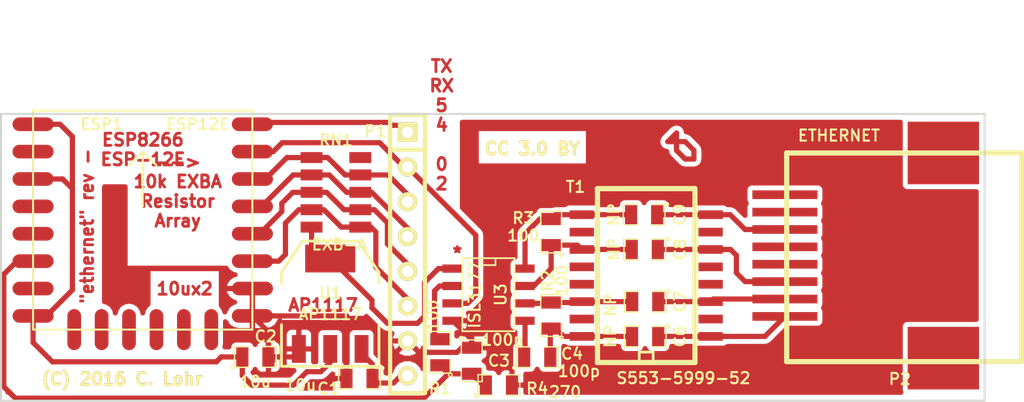
<source format=kicad_pcb>
(kicad_pcb (version 3) (host pcbnew "(2013-jul-07)-stable")

  (general
    (links 56)
    (no_connects 0)
    (area 35.484999 32.019399 110.512861 62.252981)
    (thickness 1.6)
    (drawings 15)
    (tracks 193)
    (zones 0)
    (modules 19)
    (nets 22)
  )

  (page User 139.7 139.7)
  (layers
    (15 F.Cu signal)
    (0 B.Cu signal)
    (16 B.Adhes user)
    (17 F.Adhes user)
    (18 B.Paste user)
    (19 F.Paste user)
    (20 B.SilkS user)
    (21 F.SilkS user)
    (22 B.Mask user)
    (23 F.Mask user)
    (24 Dwgs.User user)
    (25 Cmts.User user)
    (26 Eco1.User user)
    (27 Eco2.User user)
    (28 Edge.Cuts user)
  )

  (setup
    (last_trace_width 0.381)
    (trace_clearance 0.3048)
    (zone_clearance 0.3556)
    (zone_45_only no)
    (trace_min 0.254)
    (segment_width 0.2)
    (edge_width 0.15)
    (via_size 0.889)
    (via_drill 0.635)
    (via_min_size 0.889)
    (via_min_drill 0.508)
    (uvia_size 0.508)
    (uvia_drill 0.127)
    (uvias_allowed no)
    (uvia_min_size 0.508)
    (uvia_min_drill 0.127)
    (pcb_text_width 0.2032)
    (pcb_text_size 0.889 0.889)
    (mod_edge_width 0.15)
    (mod_text_size 0.8128 0.8128)
    (mod_text_width 0.15)
    (pad_size 1.524 1.524)
    (pad_drill 0.762)
    (pad_to_mask_clearance 0.2)
    (aux_axis_origin 0 0)
    (visible_elements FFFFFFBF)
    (pcbplotparams
      (layerselection 32768)
      (usegerberextensions false)
      (excludeedgelayer true)
      (linewidth 0.100000)
      (plotframeref false)
      (viasonmask false)
      (mode 1)
      (useauxorigin false)
      (hpglpennumber 1)
      (hpglpenspeed 20)
      (hpglpendiameter 15)
      (hpglpenoverlay 2)
      (psnegative false)
      (psa4output false)
      (plotreference true)
      (plotvalue true)
      (plotothertext true)
      (plotinvisibletext false)
      (padsonsilk false)
      (subtractmaskfromsilk false)
      (outputformat 2)
      (mirror false)
      (drillshape 1)
      (scaleselection 1)
      (outputdirectory ""))
  )

  (net 0 "")
  (net 1 +3.3V)
  (net 2 +5V)
  (net 3 GND)
  (net 4 GPIO0)
  (net 5 GPIO2)
  (net 6 GPIO4)
  (net 7 GPIO5)
  (net 8 N-000001)
  (net 9 N-0000010)
  (net 10 N-0000012)
  (net 11 N-0000013)
  (net 12 N-0000016)
  (net 13 N-000002)
  (net 14 N-000003)
  (net 15 N-000004)
  (net 16 N-000006)
  (net 17 N-000007)
  (net 18 N-000008)
  (net 19 N-000009)
  (net 20 RX)
  (net 21 TX)

  (net_class Default "This is the default net class."
    (clearance 0.3048)
    (trace_width 0.381)
    (via_dia 0.889)
    (via_drill 0.635)
    (uvia_dia 0.508)
    (uvia_drill 0.127)
    (add_net "")
    (add_net +3.3V)
    (add_net +5V)
    (add_net GND)
    (add_net GPIO0)
    (add_net GPIO2)
    (add_net GPIO4)
    (add_net GPIO5)
    (add_net N-000001)
    (add_net N-0000010)
    (add_net N-0000012)
    (add_net N-0000013)
    (add_net N-0000016)
    (add_net N-000002)
    (add_net N-000003)
    (add_net N-000004)
    (add_net N-000006)
    (add_net N-000007)
    (add_net N-000008)
    (add_net N-000009)
    (add_net RX)
    (add_net TX)
  )

  (module SM0805 (layer F.Cu) (tedit 56FB3A3F) (tstamp 56194CC7)
    (at 61.7093 59.9694 180)
    (path /56194F36)
    (attr smd)
    (fp_text reference C1 (at 2.2733 -0.7366 180) (layer F.SilkS)
      (effects (font (size 0.8128 0.8128) (thickness 0.15)))
    )
    (fp_text value 10u (at 4.3053 -0.4826 180) (layer F.SilkS)
      (effects (font (size 0.8128 0.8128) (thickness 0.15)))
    )
    (fp_circle (center -1.651 0.762) (end -1.651 0.635) (layer F.SilkS) (width 0.09906))
    (fp_line (start -0.508 0.762) (end -1.524 0.762) (layer F.SilkS) (width 0.09906))
    (fp_line (start -1.524 0.762) (end -1.524 -0.762) (layer F.SilkS) (width 0.09906))
    (fp_line (start -1.524 -0.762) (end -0.508 -0.762) (layer F.SilkS) (width 0.09906))
    (fp_line (start 0.508 -0.762) (end 1.524 -0.762) (layer F.SilkS) (width 0.09906))
    (fp_line (start 1.524 -0.762) (end 1.524 0.762) (layer F.SilkS) (width 0.09906))
    (fp_line (start 1.524 0.762) (end 0.508 0.762) (layer F.SilkS) (width 0.09906))
    (pad 1 smd rect (at -0.9525 0 180) (size 0.889 1.397)
      (layers F.Cu F.Paste F.Mask)
      (net 2 +5V)
    )
    (pad 2 smd rect (at 0.9525 0 180) (size 0.889 1.397)
      (layers F.Cu F.Paste F.Mask)
      (net 3 GND)
    )
    (model smd/chip_cms.wrl
      (at (xyz 0 0 0))
      (scale (xyz 0.1 0.1 0.1))
      (rotate (xyz 0 0 0))
    )
  )

  (module SM0805 (layer F.Cu) (tedit 56FB3A44) (tstamp 56194CD4)
    (at 54.1147 58.3946)
    (path /56194F45)
    (attr smd)
    (fp_text reference C2 (at 0.7493 -1.4986) (layer F.SilkS)
      (effects (font (size 0.8128 0.8128) (thickness 0.15)))
    )
    (fp_text value 10u (at -0.0127 1.8034) (layer F.SilkS)
      (effects (font (size 0.8128 0.8128) (thickness 0.15)))
    )
    (fp_circle (center -1.651 0.762) (end -1.651 0.635) (layer F.SilkS) (width 0.09906))
    (fp_line (start -0.508 0.762) (end -1.524 0.762) (layer F.SilkS) (width 0.09906))
    (fp_line (start -1.524 0.762) (end -1.524 -0.762) (layer F.SilkS) (width 0.09906))
    (fp_line (start -1.524 -0.762) (end -0.508 -0.762) (layer F.SilkS) (width 0.09906))
    (fp_line (start 0.508 -0.762) (end 1.524 -0.762) (layer F.SilkS) (width 0.09906))
    (fp_line (start 1.524 -0.762) (end 1.524 0.762) (layer F.SilkS) (width 0.09906))
    (fp_line (start 1.524 0.762) (end 0.508 0.762) (layer F.SilkS) (width 0.09906))
    (pad 1 smd rect (at -0.9525 0) (size 0.889 1.397)
      (layers F.Cu F.Paste F.Mask)
      (net 1 +3.3V)
    )
    (pad 2 smd rect (at 0.9525 0) (size 0.889 1.397)
      (layers F.Cu F.Paste F.Mask)
      (net 3 GND)
    )
    (model smd/chip_cms.wrl
      (at (xyz 0 0 0))
      (scale (xyz 0.1 0.1 0.1))
      (rotate (xyz 0 0 0))
    )
  )

  (module SIL-8 (layer F.Cu) (tedit 56DC98BF) (tstamp 56194CE5)
    (at 65.2145 50.8762 270)
    (descr "Connecteur 8 pins")
    (tags "CONN DEV")
    (path /56194CDB)
    (fp_text reference P1 (at -8.9662 2.3495 360) (layer F.SilkS)
      (effects (font (size 0.8128 0.8128) (thickness 0.15)))
    )
    (fp_text value EXTHDR (at 0.1524 1.6256 270) (layer F.SilkS) hide
      (effects (font (size 0.8128 0.8128) (thickness 0.15)))
    )
    (fp_line (start -10.16 -1.27) (end 10.16 -1.27) (layer F.SilkS) (width 0.3048))
    (fp_line (start 10.16 -1.27) (end 10.16 1.27) (layer F.SilkS) (width 0.3048))
    (fp_line (start 10.16 1.27) (end -10.16 1.27) (layer F.SilkS) (width 0.3048))
    (fp_line (start -10.16 1.27) (end -10.16 -1.27) (layer F.SilkS) (width 0.3048))
    (fp_line (start -7.62 1.27) (end -7.62 -1.27) (layer F.SilkS) (width 0.3048))
    (pad 1 thru_hole rect (at -8.89 0 270) (size 1.397 1.397) (drill 0.8128)
      (layers *.Cu *.Mask F.SilkS)
      (net 21 TX)
    )
    (pad 2 thru_hole circle (at -6.35 0 270) (size 1.397 1.397) (drill 0.8128)
      (layers *.Cu *.Mask F.SilkS)
      (net 20 RX)
    )
    (pad 3 thru_hole circle (at -3.81 0 270) (size 1.397 1.397) (drill 0.8128)
      (layers *.Cu *.Mask F.SilkS)
      (net 7 GPIO5)
    )
    (pad 4 thru_hole circle (at -1.27 0 270) (size 1.397 1.397) (drill 0.8128)
      (layers *.Cu *.Mask F.SilkS)
      (net 6 GPIO4)
    )
    (pad 5 thru_hole circle (at 1.27 0 270) (size 1.397 1.397) (drill 0.8128)
      (layers *.Cu *.Mask F.SilkS)
      (net 4 GPIO0)
    )
    (pad 6 thru_hole circle (at 3.81 0 270) (size 1.397 1.397) (drill 0.8128)
      (layers *.Cu *.Mask F.SilkS)
      (net 5 GPIO2)
    )
    (pad 7 thru_hole circle (at 6.35 0 270) (size 1.397 1.397) (drill 0.8128)
      (layers *.Cu *.Mask F.SilkS)
      (net 3 GND)
    )
    (pad 8 thru_hole circle (at 8.89 0 270) (size 1.397 1.397) (drill 0.8128)
      (layers *.Cu *.Mask F.SilkS)
      (net 2 +5V)
    )
  )

  (module EXB-A (layer F.Cu) (tedit 56FB3A5A) (tstamp 56197883)
    (at 59.99226 46.37278)
    (path /56194CEA)
    (fp_text reference RN1 (at 0 -3.81) (layer F.SilkS)
      (effects (font (size 0.8128 0.8128) (thickness 0.15)))
    )
    (fp_text value EXB-A (at 0.254 3.81) (layer F.SilkS)
      (effects (font (size 0.8128 0.8128) (thickness 0.15)))
    )
    (pad 1 smd rect (at -1.778 -2.54 90) (size 0.8001 1.6002)
      (layers F.Cu F.Paste F.Mask)
      (net 7 GPIO5)
    )
    (pad 2 smd rect (at -1.778 -1.27 90) (size 0.8001 1.6002)
      (layers F.Cu F.Paste F.Mask)
      (net 6 GPIO4)
    )
    (pad 3 smd rect (at -1.778 0 90) (size 0.8001 1.6002)
      (layers F.Cu F.Paste F.Mask)
      (net 4 GPIO0)
    )
    (pad 4 smd rect (at -1.778 1.27 90) (size 0.8001 1.6002)
      (layers F.Cu F.Paste F.Mask)
      (net 5 GPIO2)
    )
    (pad 5 smd rect (at -1.778 2.54 90) (size 0.8001 1.6002)
      (layers F.Cu F.Paste F.Mask)
      (net 12 N-0000016)
    )
    (pad 6 smd rect (at 1.778 2.54 90) (size 0.8001 1.6002)
      (layers F.Cu F.Paste F.Mask)
      (net 5 GPIO2)
    )
    (pad 7 smd rect (at 1.778 1.27 90) (size 0.8001 1.6002)
      (layers F.Cu F.Paste F.Mask)
      (net 4 GPIO0)
    )
    (pad 8 smd rect (at 1.778 0 90) (size 0.8001 1.6002)
      (layers F.Cu F.Paste F.Mask)
      (net 6 GPIO4)
    )
    (pad 9 smd rect (at 1.778 -1.27 90) (size 0.8001 1.6002)
      (layers F.Cu F.Paste F.Mask)
      (net 7 GPIO5)
    )
    (pad 10 smd rect (at 1.778 -2.54 90) (size 0.8001 1.6002)
      (layers F.Cu F.Paste F.Mask)
    )
  )

  (module ESP12E (layer F.Cu) (tedit 560D9068) (tstamp 56194D17)
    (at 45.8978 44.3992)
    (path /5619493D)
    (fp_text reference ESP1 (at -3 -3) (layer F.SilkS)
      (effects (font (size 0.8128 0.8128) (thickness 0.15)))
    )
    (fp_text value ESP12E (at 4 -3) (layer F.SilkS)
      (effects (font (size 0.8128 0.8128) (thickness 0.15)))
    )
    (fp_line (start 0 -1) (end -1 0) (layer F.SilkS) (width 0.15))
    (fp_line (start 0 -1) (end 1 0) (layer F.SilkS) (width 0.15))
    (fp_line (start 0 -1) (end 0 3) (layer F.SilkS) (width 0.15))
    (fp_line (start -8 12) (end -8 -4) (layer F.SilkS) (width 0.15))
    (fp_line (start -8 -4) (end 8 -4) (layer F.SilkS) (width 0.15))
    (fp_line (start 8 -4) (end 8 12) (layer F.SilkS) (width 0.15))
    (fp_line (start 8 -12) (end -8 -12) (layer Dwgs.User) (width 0.15))
    (fp_line (start -8 -12) (end -8 12) (layer Dwgs.User) (width 0.15))
    (fp_line (start -8 12) (end 8 12) (layer F.SilkS) (width 0.15))
    (fp_line (start 8 12) (end 8 -12) (layer Dwgs.User) (width 0.15))
    (pad 1 smd oval (at -8 -3) (size 3 1)
      (layers F.Cu F.Paste F.Mask)
      (net 1 +3.3V)
    )
    (pad 2 smd oval (at -8 -1) (size 3 1)
      (layers F.Cu F.Paste F.Mask)
    )
    (pad 3 smd oval (at -8 1) (size 3 1)
      (layers F.Cu F.Paste F.Mask)
      (net 1 +3.3V)
    )
    (pad 4 smd oval (at -8 3) (size 3 1)
      (layers F.Cu F.Paste F.Mask)
    )
    (pad 5 smd oval (at -8 5) (size 3 1)
      (layers F.Cu F.Paste F.Mask)
    )
    (pad 6 smd oval (at -8 7) (size 3 1)
      (layers F.Cu F.Paste F.Mask)
      (net 11 N-0000013)
    )
    (pad 7 smd oval (at -8 9) (size 3 1)
      (layers F.Cu F.Paste F.Mask)
    )
    (pad 8 smd oval (at -8 11) (size 3 1)
      (layers F.Cu F.Paste F.Mask)
      (net 1 +3.3V)
    )
    (pad 9 smd oval (at -5 12 90) (size 3 1)
      (layers F.Cu F.Paste F.Mask)
    )
    (pad 10 smd oval (at -3 12 90) (size 3 1)
      (layers F.Cu F.Paste F.Mask)
    )
    (pad 11 smd oval (at -1 12 90) (size 3 1)
      (layers F.Cu F.Paste F.Mask)
    )
    (pad 12 smd oval (at 1 12 90) (size 3 1)
      (layers F.Cu F.Paste F.Mask)
    )
    (pad 13 smd oval (at 3 12 90) (size 3 1)
      (layers F.Cu F.Paste F.Mask)
    )
    (pad 14 smd oval (at 5 12 90) (size 3 1)
      (layers F.Cu F.Paste F.Mask)
    )
    (pad 15 smd oval (at 8 11 180) (size 3 1)
      (layers F.Cu F.Paste F.Mask)
      (net 3 GND)
    )
    (pad 16 smd oval (at 8 9 180) (size 3 1)
      (layers F.Cu F.Paste F.Mask)
      (net 3 GND)
    )
    (pad 17 smd oval (at 8 7 180) (size 3 1)
      (layers F.Cu F.Paste F.Mask)
      (net 5 GPIO2)
    )
    (pad 18 smd oval (at 8 5 180) (size 3 1)
      (layers F.Cu F.Paste F.Mask)
      (net 4 GPIO0)
    )
    (pad 19 smd oval (at 8 3 180) (size 3 1)
      (layers F.Cu F.Paste F.Mask)
      (net 6 GPIO4)
    )
    (pad 20 smd oval (at 8 1 180) (size 3 1)
      (layers F.Cu F.Paste F.Mask)
      (net 7 GPIO5)
    )
    (pad 21 smd oval (at 8 -1 180) (size 3 1)
      (layers F.Cu F.Paste F.Mask)
      (net 20 RX)
    )
    (pad 22 smd oval (at 8 -3 180) (size 3 1)
      (layers F.Cu F.Paste F.Mask)
      (net 21 TX)
    )
  )

  (module SOT223 (layer F.Cu) (tedit 200000) (tstamp 561976D8)
    (at 59.5757 54.5084)
    (descr "module CMS SOT223 4 pins")
    (tags "CMS SOT")
    (path /5619494C)
    (attr smd)
    (fp_text reference U1 (at 0 -0.762) (layer F.SilkS)
      (effects (font (size 0.8128 0.8128) (thickness 0.15)))
    )
    (fp_text value AP1117 (at 0 0.762) (layer F.SilkS)
      (effects (font (size 0.8128 0.8128) (thickness 0.15)))
    )
    (fp_line (start -3.556 1.524) (end -3.556 4.572) (layer F.SilkS) (width 0.2032))
    (fp_line (start -3.556 4.572) (end 3.556 4.572) (layer F.SilkS) (width 0.2032))
    (fp_line (start 3.556 4.572) (end 3.556 1.524) (layer F.SilkS) (width 0.2032))
    (fp_line (start -3.556 -1.524) (end -3.556 -2.286) (layer F.SilkS) (width 0.2032))
    (fp_line (start -3.556 -2.286) (end -2.032 -4.572) (layer F.SilkS) (width 0.2032))
    (fp_line (start -2.032 -4.572) (end 2.032 -4.572) (layer F.SilkS) (width 0.2032))
    (fp_line (start 2.032 -4.572) (end 3.556 -2.286) (layer F.SilkS) (width 0.2032))
    (fp_line (start 3.556 -2.286) (end 3.556 -1.524) (layer F.SilkS) (width 0.2032))
    (pad 4 smd rect (at 0 -3.302) (size 3.6576 2.032)
      (layers F.Cu F.Paste F.Mask)
      (net 12 N-0000016)
    )
    (pad 2 smd rect (at 0 3.302) (size 1.016 2.032)
      (layers F.Cu F.Paste F.Mask)
      (net 1 +3.3V)
    )
    (pad 3 smd rect (at 2.286 3.302) (size 1.016 2.032)
      (layers F.Cu F.Paste F.Mask)
      (net 2 +5V)
    )
    (pad 1 smd rect (at -2.286 3.302) (size 1.016 2.032)
      (layers F.Cu F.Paste F.Mask)
      (net 3 GND)
    )
    (model smd/SOT223.wrl
      (at (xyz 0 0 0))
      (scale (xyz 0.4 0.4 0.4))
      (rotate (xyz 0 0 0))
    )
  )

  (module SM0805 (layer F.Cu) (tedit 56DC98E0) (tstamp 56CD3A82)
    (at 75.692 55.372 90)
    (path /56DC9C54)
    (attr smd)
    (fp_text reference R2 (at 2.54 -0.254 90) (layer F.SilkS)
      (effects (font (size 0.8128 0.8128) (thickness 0.15)))
    )
    (fp_text value 100 (at 2.54 0.762 90) (layer F.SilkS)
      (effects (font (size 0.8128 0.8128) (thickness 0.15)))
    )
    (fp_circle (center -1.651 0.762) (end -1.651 0.635) (layer F.SilkS) (width 0.09906))
    (fp_line (start -0.508 0.762) (end -1.524 0.762) (layer F.SilkS) (width 0.09906))
    (fp_line (start -1.524 0.762) (end -1.524 -0.762) (layer F.SilkS) (width 0.09906))
    (fp_line (start -1.524 -0.762) (end -0.508 -0.762) (layer F.SilkS) (width 0.09906))
    (fp_line (start 0.508 -0.762) (end 1.524 -0.762) (layer F.SilkS) (width 0.09906))
    (fp_line (start 1.524 -0.762) (end 1.524 0.762) (layer F.SilkS) (width 0.09906))
    (fp_line (start 1.524 0.762) (end 0.508 0.762) (layer F.SilkS) (width 0.09906))
    (pad 1 smd rect (at -0.9525 0 90) (size 0.889 1.397)
      (layers F.Cu F.Paste F.Mask)
      (net 17 N-000007)
    )
    (pad 2 smd rect (at 0.9525 0 90) (size 0.889 1.397)
      (layers F.Cu F.Paste F.Mask)
      (net 19 N-000009)
    )
    (model smd/chip_cms.wrl
      (at (xyz 0 0 0))
      (scale (xyz 0.1 0.1 0.1))
      (rotate (xyz 0 0 0))
    )
  )

  (module SM0805 (layer F.Cu) (tedit 56DC98E6) (tstamp 56CD3A8F)
    (at 74.676 58.42)
    (path /56DC9C61)
    (attr smd)
    (fp_text reference C4 (at 2.54 -0.254) (layer F.SilkS)
      (effects (font (size 0.8128 0.8128) (thickness 0.15)))
    )
    (fp_text value 100p (at 3.048 1.016) (layer F.SilkS)
      (effects (font (size 0.8128 0.8128) (thickness 0.15)))
    )
    (fp_circle (center -1.651 0.762) (end -1.651 0.635) (layer F.SilkS) (width 0.09906))
    (fp_line (start -0.508 0.762) (end -1.524 0.762) (layer F.SilkS) (width 0.09906))
    (fp_line (start -1.524 0.762) (end -1.524 -0.762) (layer F.SilkS) (width 0.09906))
    (fp_line (start -1.524 -0.762) (end -0.508 -0.762) (layer F.SilkS) (width 0.09906))
    (fp_line (start 0.508 -0.762) (end 1.524 -0.762) (layer F.SilkS) (width 0.09906))
    (fp_line (start 1.524 -0.762) (end 1.524 0.762) (layer F.SilkS) (width 0.09906))
    (fp_line (start 1.524 0.762) (end 0.508 0.762) (layer F.SilkS) (width 0.09906))
    (pad 1 smd rect (at -0.9525 0) (size 0.889 1.397)
      (layers F.Cu F.Paste F.Mask)
      (net 9 N-0000010)
    )
    (pad 2 smd rect (at 0.9525 0) (size 0.889 1.397)
      (layers F.Cu F.Paste F.Mask)
      (net 17 N-000007)
    )
    (model smd/chip_cms.wrl
      (at (xyz 0 0 0))
      (scale (xyz 0.1 0.1 0.1))
      (rotate (xyz 0 0 0))
    )
  )

  (module SM0805 (layer F.Cu) (tedit 56FB39D6) (tstamp 56CD3A9C)
    (at 69.89572 58.674 270)
    (path /56DC8FEC)
    (attr smd)
    (fp_text reference C3 (at 0 -1.98628 360) (layer F.SilkS)
      (effects (font (size 0.8128 0.8128) (thickness 0.15)))
    )
    (fp_text value 100p (at -1.524 -2.24028 360) (layer F.SilkS)
      (effects (font (size 0.8128 0.8128) (thickness 0.15)))
    )
    (fp_circle (center -1.651 0.762) (end -1.651 0.635) (layer F.SilkS) (width 0.09906))
    (fp_line (start -0.508 0.762) (end -1.524 0.762) (layer F.SilkS) (width 0.09906))
    (fp_line (start -1.524 0.762) (end -1.524 -0.762) (layer F.SilkS) (width 0.09906))
    (fp_line (start -1.524 -0.762) (end -0.508 -0.762) (layer F.SilkS) (width 0.09906))
    (fp_line (start 0.508 -0.762) (end 1.524 -0.762) (layer F.SilkS) (width 0.09906))
    (fp_line (start 1.524 -0.762) (end 1.524 0.762) (layer F.SilkS) (width 0.09906))
    (fp_line (start 1.524 0.762) (end 0.508 0.762) (layer F.SilkS) (width 0.09906))
    (pad 1 smd rect (at -0.9525 0 270) (size 0.889 1.397)
      (layers F.Cu F.Paste F.Mask)
      (net 3 GND)
    )
    (pad 2 smd rect (at 0.9525 0 270) (size 0.889 1.397)
      (layers F.Cu F.Paste F.Mask)
      (net 11 N-0000013)
    )
    (model smd/chip_cms.wrl
      (at (xyz 0 0 0))
      (scale (xyz 0.1 0.1 0.1))
      (rotate (xyz 0 0 0))
    )
  )

  (module SM0805 (layer F.Cu) (tedit 56FB39D2) (tstamp 56CD3AA9)
    (at 67.57416 58.05424 90)
    (path /56DC908A)
    (attr smd)
    (fp_text reference R1 (at -2.65176 -0.01016 180) (layer F.SilkS)
      (effects (font (size 0.8128 0.8128) (thickness 0.15)))
    )
    (fp_text value 100 (at 2.68224 -0.51816 90) (layer F.SilkS)
      (effects (font (size 0.8128 0.8128) (thickness 0.15)))
    )
    (fp_circle (center -1.651 0.762) (end -1.651 0.635) (layer F.SilkS) (width 0.09906))
    (fp_line (start -0.508 0.762) (end -1.524 0.762) (layer F.SilkS) (width 0.09906))
    (fp_line (start -1.524 0.762) (end -1.524 -0.762) (layer F.SilkS) (width 0.09906))
    (fp_line (start -1.524 -0.762) (end -0.508 -0.762) (layer F.SilkS) (width 0.09906))
    (fp_line (start 0.508 -0.762) (end 1.524 -0.762) (layer F.SilkS) (width 0.09906))
    (fp_line (start 1.524 -0.762) (end 1.524 0.762) (layer F.SilkS) (width 0.09906))
    (fp_line (start 1.524 0.762) (end 0.508 0.762) (layer F.SilkS) (width 0.09906))
    (pad 1 smd rect (at -0.9525 0 90) (size 0.889 1.397)
      (layers F.Cu F.Paste F.Mask)
      (net 11 N-0000013)
    )
    (pad 2 smd rect (at 0.9525 0 90) (size 0.889 1.397)
      (layers F.Cu F.Paste F.Mask)
      (net 10 N-0000012)
    )
    (model smd/chip_cms.wrl
      (at (xyz 0 0 0))
      (scale (xyz 0.1 0.1 0.1))
      (rotate (xyz 0 0 0))
    )
  )

  (module SM0805 (layer F.Cu) (tedit 56DC98D1) (tstamp 56CD3EB1)
    (at 75.692 49.276 90)
    (path /56DCA065)
    (attr smd)
    (fp_text reference R3 (at 1.016 -2.032 180) (layer F.SilkS)
      (effects (font (size 0.8128 0.8128) (thickness 0.15)))
    )
    (fp_text value 100 (at -0.254 -2.032 180) (layer F.SilkS)
      (effects (font (size 0.8128 0.8128) (thickness 0.15)))
    )
    (fp_circle (center -1.651 0.762) (end -1.651 0.635) (layer F.SilkS) (width 0.09906))
    (fp_line (start -0.508 0.762) (end -1.524 0.762) (layer F.SilkS) (width 0.09906))
    (fp_line (start -1.524 0.762) (end -1.524 -0.762) (layer F.SilkS) (width 0.09906))
    (fp_line (start -1.524 -0.762) (end -0.508 -0.762) (layer F.SilkS) (width 0.09906))
    (fp_line (start 0.508 -0.762) (end 1.524 -0.762) (layer F.SilkS) (width 0.09906))
    (fp_line (start 1.524 -0.762) (end 1.524 0.762) (layer F.SilkS) (width 0.09906))
    (fp_line (start 1.524 0.762) (end 0.508 0.762) (layer F.SilkS) (width 0.09906))
    (pad 1 smd rect (at -0.9525 0 90) (size 0.889 1.397)
      (layers F.Cu F.Paste F.Mask)
      (net 18 N-000008)
    )
    (pad 2 smd rect (at 0.9525 0 90) (size 0.889 1.397)
      (layers F.Cu F.Paste F.Mask)
      (net 13 N-000002)
    )
    (model smd/chip_cms.wrl
      (at (xyz 0 0 0))
      (scale (xyz 0.1 0.1 0.1))
      (rotate (xyz 0 0 0))
    )
  )

  (module SM0805 (layer F.Cu) (tedit 56FB3A24) (tstamp 56CD3AD0)
    (at 82.55 56.9087 180)
    (path /56CD3D32)
    (attr smd)
    (fp_text reference C6 (at -2.54 0.0127 270) (layer F.SilkS)
      (effects (font (size 0.8128 0.8128) (thickness 0.15)))
    )
    (fp_text value NP (at 2.54 0.0127 270) (layer F.SilkS)
      (effects (font (size 0.8128 0.8128) (thickness 0.15)))
    )
    (fp_circle (center -1.651 0.762) (end -1.651 0.635) (layer F.SilkS) (width 0.09906))
    (fp_line (start -0.508 0.762) (end -1.524 0.762) (layer F.SilkS) (width 0.09906))
    (fp_line (start -1.524 0.762) (end -1.524 -0.762) (layer F.SilkS) (width 0.09906))
    (fp_line (start -1.524 -0.762) (end -0.508 -0.762) (layer F.SilkS) (width 0.09906))
    (fp_line (start 0.508 -0.762) (end 1.524 -0.762) (layer F.SilkS) (width 0.09906))
    (fp_line (start 1.524 -0.762) (end 1.524 0.762) (layer F.SilkS) (width 0.09906))
    (fp_line (start 1.524 0.762) (end 0.508 0.762) (layer F.SilkS) (width 0.09906))
    (pad 1 smd rect (at -0.9525 0 180) (size 0.889 1.397)
      (layers F.Cu F.Paste F.Mask)
      (net 16 N-000006)
    )
    (pad 2 smd rect (at 0.9525 0 180) (size 0.889 1.397)
      (layers F.Cu F.Paste F.Mask)
      (net 17 N-000007)
    )
    (model smd/chip_cms.wrl
      (at (xyz 0 0 0))
      (scale (xyz 0.1 0.1 0.1))
      (rotate (xyz 0 0 0))
    )
  )

  (module SM0805 (layer F.Cu) (tedit 56FB3A2A) (tstamp 56CD3ADD)
    (at 82.55508 54.356 180)
    (path /56CD3E1E)
    (attr smd)
    (fp_text reference C7 (at -2.53492 0 270) (layer F.SilkS)
      (effects (font (size 0.8128 0.8128) (thickness 0.15)))
    )
    (fp_text value NP (at 2.54508 -0.254 270) (layer F.SilkS)
      (effects (font (size 0.8128 0.8128) (thickness 0.15)))
    )
    (fp_circle (center -1.651 0.762) (end -1.651 0.635) (layer F.SilkS) (width 0.09906))
    (fp_line (start -0.508 0.762) (end -1.524 0.762) (layer F.SilkS) (width 0.09906))
    (fp_line (start -1.524 0.762) (end -1.524 -0.762) (layer F.SilkS) (width 0.09906))
    (fp_line (start -1.524 -0.762) (end -0.508 -0.762) (layer F.SilkS) (width 0.09906))
    (fp_line (start 0.508 -0.762) (end 1.524 -0.762) (layer F.SilkS) (width 0.09906))
    (fp_line (start 1.524 -0.762) (end 1.524 0.762) (layer F.SilkS) (width 0.09906))
    (fp_line (start 1.524 0.762) (end 0.508 0.762) (layer F.SilkS) (width 0.09906))
    (pad 1 smd rect (at -0.9525 0 180) (size 0.889 1.397)
      (layers F.Cu F.Paste F.Mask)
      (net 8 N-000001)
    )
    (pad 2 smd rect (at 0.9525 0 180) (size 0.889 1.397)
      (layers F.Cu F.Paste F.Mask)
      (net 19 N-000009)
    )
    (model smd/chip_cms.wrl
      (at (xyz 0 0 0))
      (scale (xyz 0.1 0.1 0.1))
      (rotate (xyz 0 0 0))
    )
  )

  (module SM0805 (layer F.Cu) (tedit 56FB3A31) (tstamp 56CD3AEA)
    (at 82.5246 50.546 180)
    (path /56CD3F79)
    (attr smd)
    (fp_text reference C8 (at -2.5654 0 270) (layer F.SilkS)
      (effects (font (size 0.8128 0.8128) (thickness 0.15)))
    )
    (fp_text value NP (at 2.2606 0 270) (layer F.SilkS)
      (effects (font (size 0.8128 0.8128) (thickness 0.15)))
    )
    (fp_circle (center -1.651 0.762) (end -1.651 0.635) (layer F.SilkS) (width 0.09906))
    (fp_line (start -0.508 0.762) (end -1.524 0.762) (layer F.SilkS) (width 0.09906))
    (fp_line (start -1.524 0.762) (end -1.524 -0.762) (layer F.SilkS) (width 0.09906))
    (fp_line (start -1.524 -0.762) (end -0.508 -0.762) (layer F.SilkS) (width 0.09906))
    (fp_line (start 0.508 -0.762) (end 1.524 -0.762) (layer F.SilkS) (width 0.09906))
    (fp_line (start 1.524 -0.762) (end 1.524 0.762) (layer F.SilkS) (width 0.09906))
    (fp_line (start 1.524 0.762) (end 0.508 0.762) (layer F.SilkS) (width 0.09906))
    (pad 1 smd rect (at -0.9525 0 180) (size 0.889 1.397)
      (layers F.Cu F.Paste F.Mask)
      (net 15 N-000004)
    )
    (pad 2 smd rect (at 0.9525 0 180) (size 0.889 1.397)
      (layers F.Cu F.Paste F.Mask)
      (net 18 N-000008)
    )
    (model smd/chip_cms.wrl
      (at (xyz 0 0 0))
      (scale (xyz 0.1 0.1 0.1))
      (rotate (xyz 0 0 0))
    )
  )

  (module SM0805 (layer F.Cu) (tedit 56FB3A37) (tstamp 56CD3AF7)
    (at 82.4738 48.006 180)
    (path /56CD406A)
    (attr smd)
    (fp_text reference C9 (at -2.6162 0 270) (layer F.SilkS)
      (effects (font (size 0.8128 0.8128) (thickness 0.15)))
    )
    (fp_text value NP (at 2.2098 0 270) (layer F.SilkS)
      (effects (font (size 0.8128 0.8128) (thickness 0.15)))
    )
    (fp_circle (center -1.651 0.762) (end -1.651 0.635) (layer F.SilkS) (width 0.09906))
    (fp_line (start -0.508 0.762) (end -1.524 0.762) (layer F.SilkS) (width 0.09906))
    (fp_line (start -1.524 0.762) (end -1.524 -0.762) (layer F.SilkS) (width 0.09906))
    (fp_line (start -1.524 -0.762) (end -0.508 -0.762) (layer F.SilkS) (width 0.09906))
    (fp_line (start 0.508 -0.762) (end 1.524 -0.762) (layer F.SilkS) (width 0.09906))
    (fp_line (start 1.524 -0.762) (end 1.524 0.762) (layer F.SilkS) (width 0.09906))
    (fp_line (start 1.524 0.762) (end 0.508 0.762) (layer F.SilkS) (width 0.09906))
    (pad 1 smd rect (at -0.9525 0 180) (size 0.889 1.397)
      (layers F.Cu F.Paste F.Mask)
      (net 14 N-000003)
    )
    (pad 2 smd rect (at 0.9525 0 180) (size 0.889 1.397)
      (layers F.Cu F.Paste F.Mask)
      (net 13 N-000002)
    )
    (model smd/chip_cms.wrl
      (at (xyz 0 0 0))
      (scale (xyz 0.1 0.1 0.1))
      (rotate (xyz 0 0 0))
    )
  )

  (module SMT_ETHERNET (layer F.Cu) (tedit 50FF0E08) (tstamp 56CD3B28)
    (at 104.30256 43.4975)
    (path /56CD1A50)
    (fp_text reference P2 (at -3.175 16.51) (layer F.SilkS)
      (effects (font (size 0.8128 0.8128) (thickness 0.15)))
    )
    (fp_text value ETHERNET (at -7.62 -1.27) (layer F.SilkS)
      (effects (font (size 0.8128 0.8128) (thickness 0.15)))
    )
    (fp_line (start -11.43 0) (end -11.43 15.24) (layer F.SilkS) (width 0.381))
    (fp_line (start -11.43 15.24) (end 5.715 15.24) (layer F.SilkS) (width 0.381))
    (fp_line (start 5.715 15.24) (end 5.715 0) (layer F.SilkS) (width 0.381))
    (fp_line (start 5.715 0) (end -11.43 0) (layer F.SilkS) (width 0.381))
    (pad 9 smd rect (at 0 0) (size 5.207 4.572)
      (layers F.Cu F.Paste F.Mask)
    )
    (pad 8 smd rect (at -11.557 3.048) (size 4.7498 0.635)
      (layers F.Cu F.Paste F.Mask)
    )
    (pad 7 smd rect (at -11.557 4.318) (size 4.7498 0.635)
      (layers F.Cu F.Paste F.Mask)
    )
    (pad 6 smd rect (at -11.557 5.588) (size 4.7498 0.635)
      (layers F.Cu F.Paste F.Mask)
      (net 14 N-000003)
    )
    (pad 5 smd rect (at -11.557 6.858) (size 4.7498 0.635)
      (layers F.Cu F.Paste F.Mask)
    )
    (pad 4 smd rect (at -11.557 8.128) (size 4.7498 0.635)
      (layers F.Cu F.Paste F.Mask)
    )
    (pad 3 smd rect (at -11.557 9.398) (size 4.7498 0.635)
      (layers F.Cu F.Paste F.Mask)
      (net 15 N-000004)
    )
    (pad 2 smd rect (at -11.557 10.668) (size 4.7498 0.635)
      (layers F.Cu F.Paste F.Mask)
      (net 8 N-000001)
    )
    (pad 1 smd rect (at -11.557 11.938) (size 4.7498 0.635)
      (layers F.Cu F.Paste F.Mask)
      (net 16 N-000006)
    )
    (pad 10 smd rect (at 0 14.986) (size 5.207 4.572)
      (layers F.Cu F.Paste F.Mask)
    )
  )

  (module BELFuse-S553 (layer F.Cu) (tedit 56FB3A1C) (tstamp 56CD3B43)
    (at 82.6262 52.451 90)
    (descr "Module CMS SOJ 16 pins tres large")
    (tags "CMS SOJ")
    (path /56CD3037)
    (attr smd)
    (fp_text reference T1 (at 6.477 -5.1562 180) (layer F.SilkS)
      (effects (font (size 0.8128 0.8128) (thickness 0.15)))
    )
    (fp_text value S553-5999-52 (at -7.493 2.7178 180) (layer F.SilkS)
      (effects (font (size 0.8128 0.8128) (thickness 0.15)))
    )
    (fp_line (start -6.35 -3.556) (end -6.35 3.556) (layer F.SilkS) (width 0.381))
    (fp_line (start -6.35 3.556) (end 6.35 3.556) (layer F.SilkS) (width 0.381))
    (fp_line (start 6.35 3.556) (end 6.35 -3.556) (layer F.SilkS) (width 0.381))
    (fp_line (start 6.35 -3.556) (end -6.35 -3.556) (layer F.SilkS) (width 0.381))
    (fp_line (start -6.35 -0.508) (end -5.588 -0.508) (layer F.SilkS) (width 0.2032))
    (fp_line (start -5.588 -0.508) (end -5.588 0.508) (layer F.SilkS) (width 0.2032))
    (fp_line (start -5.588 0.508) (end -6.35 0.508) (layer F.SilkS) (width 0.2032))
    (pad 1 smd rect (at -4.445 4.699 90) (size 0.635 1.778)
      (layers F.Cu F.Paste F.Mask)
      (net 16 N-000006)
    )
    (pad 2 smd rect (at -3.175 4.699 90) (size 0.635 1.778)
      (layers F.Cu F.Paste F.Mask)
    )
    (pad 3 smd rect (at -1.905 4.699 90) (size 0.635 1.778)
      (layers F.Cu F.Paste F.Mask)
      (net 8 N-000001)
    )
    (pad 4 smd rect (at -0.635 4.699 90) (size 0.635 1.778)
      (layers F.Cu F.Paste F.Mask)
    )
    (pad 5 smd rect (at 0.635 4.699 90) (size 0.635 1.778)
      (layers F.Cu F.Paste F.Mask)
    )
    (pad 6 smd rect (at 1.905 4.699 90) (size 0.635 1.778)
      (layers F.Cu F.Paste F.Mask)
      (net 15 N-000004)
    )
    (pad 7 smd rect (at 3.175 4.699 90) (size 0.635 1.778)
      (layers F.Cu F.Paste F.Mask)
    )
    (pad 8 smd rect (at 4.445 4.699 90) (size 0.635 1.778)
      (layers F.Cu F.Paste F.Mask)
      (net 14 N-000003)
    )
    (pad 9 smd rect (at 4.445 -4.699 90) (size 0.635 1.778)
      (layers F.Cu F.Paste F.Mask)
      (net 13 N-000002)
    )
    (pad 10 smd rect (at 3.175 -4.699 90) (size 0.635 1.778)
      (layers F.Cu F.Paste F.Mask)
    )
    (pad 11 smd rect (at 1.905 -4.699 90) (size 0.635 1.778)
      (layers F.Cu F.Paste F.Mask)
      (net 18 N-000008)
    )
    (pad 12 smd rect (at 0.635 -4.699 90) (size 0.635 1.778)
      (layers F.Cu F.Paste F.Mask)
    )
    (pad 13 smd rect (at -0.635 -4.699 90) (size 0.635 1.778)
      (layers F.Cu F.Paste F.Mask)
    )
    (pad 14 smd rect (at -1.905 -4.699 90) (size 0.635 1.778)
      (layers F.Cu F.Paste F.Mask)
      (net 19 N-000009)
    )
    (pad 15 smd rect (at -3.175 -4.699 90) (size 0.635 1.778)
      (layers F.Cu F.Paste F.Mask)
    )
    (pad 16 smd rect (at -4.445 -4.699 90) (size 0.635 1.778)
      (layers F.Cu F.Paste F.Mask)
      (net 17 N-000007)
    )
    (model smd/cms_so16.wrl
      (at (xyz 0 0 0))
      (scale (xyz 0.5 0.6 0.5))
      (rotate (xyz 0 0 0))
    )
  )

  (module SO8E (layer F.Cu) (tedit 4F33A5C7) (tstamp 56DD5323)
    (at 71.12 53.848 270)
    (descr "module CMS SOJ 8 pins etroit")
    (tags "CMS SOJ")
    (path /56DC951B)
    (attr smd)
    (fp_text reference U3 (at 0 -0.889 270) (layer F.SilkS)
      (effects (font (size 0.8128 0.8128) (thickness 0.15)))
    )
    (fp_text value ISL3177 (at 0 1.016 270) (layer F.SilkS)
      (effects (font (size 0.8128 0.8128) (thickness 0.15)))
    )
    (fp_line (start -2.667 1.778) (end -2.667 1.905) (layer F.SilkS) (width 0.127))
    (fp_line (start -2.667 1.905) (end 2.667 1.905) (layer F.SilkS) (width 0.127))
    (fp_line (start 2.667 -1.905) (end -2.667 -1.905) (layer F.SilkS) (width 0.127))
    (fp_line (start -2.667 -1.905) (end -2.667 1.778) (layer F.SilkS) (width 0.127))
    (fp_line (start -2.667 -0.508) (end -2.159 -0.508) (layer F.SilkS) (width 0.127))
    (fp_line (start -2.159 -0.508) (end -2.159 0.508) (layer F.SilkS) (width 0.127))
    (fp_line (start -2.159 0.508) (end -2.667 0.508) (layer F.SilkS) (width 0.127))
    (fp_line (start 2.667 -1.905) (end 2.667 1.905) (layer F.SilkS) (width 0.127))
    (pad 8 smd rect (at -1.905 -2.667 270) (size 0.59944 1.39954)
      (layers F.Cu F.Paste F.Mask)
      (net 13 N-000002)
    )
    (pad 1 smd rect (at -1.905 2.667 270) (size 0.59944 1.39954)
      (layers F.Cu F.Paste F.Mask)
      (net 12 N-0000016)
    )
    (pad 7 smd rect (at -0.635 -2.667 270) (size 0.59944 1.39954)
      (layers F.Cu F.Paste F.Mask)
      (net 18 N-000008)
    )
    (pad 6 smd rect (at 0.635 -2.667 270) (size 0.59944 1.39954)
      (layers F.Cu F.Paste F.Mask)
      (net 19 N-000009)
    )
    (pad 5 smd rect (at 1.905 -2.667 270) (size 0.59944 1.39954)
      (layers F.Cu F.Paste F.Mask)
      (net 9 N-0000010)
    )
    (pad 2 smd rect (at -0.635 2.667 270) (size 0.59944 1.39954)
      (layers F.Cu F.Paste F.Mask)
      (net 10 N-0000012)
    )
    (pad 3 smd rect (at 0.635 2.667 270) (size 0.59944 1.39954)
      (layers F.Cu F.Paste F.Mask)
      (net 20 RX)
    )
    (pad 4 smd rect (at 1.905 2.667 270) (size 0.59944 1.39954)
      (layers F.Cu F.Paste F.Mask)
      (net 3 GND)
    )
    (model smd/cms_so8.wrl
      (at (xyz 0 0 0))
      (scale (xyz 0.5 0.32 0.5))
      (rotate (xyz 0 0 0))
    )
  )

  (module SM0805 (layer F.Cu) (tedit 56FB39EB) (tstamp 56FB39C2)
    (at 71.882 60.452)
    (path /56FB399D)
    (attr smd)
    (fp_text reference R4 (at 2.794 0.254) (layer F.SilkS)
      (effects (font (size 0.8128 0.8128) (thickness 0.15)))
    )
    (fp_text value 270 (at 4.826 0.508) (layer F.SilkS)
      (effects (font (size 0.8128 0.8128) (thickness 0.15)))
    )
    (fp_circle (center -1.651 0.762) (end -1.651 0.635) (layer F.SilkS) (width 0.09906))
    (fp_line (start -0.508 0.762) (end -1.524 0.762) (layer F.SilkS) (width 0.09906))
    (fp_line (start -1.524 0.762) (end -1.524 -0.762) (layer F.SilkS) (width 0.09906))
    (fp_line (start -1.524 -0.762) (end -0.508 -0.762) (layer F.SilkS) (width 0.09906))
    (fp_line (start 0.508 -0.762) (end 1.524 -0.762) (layer F.SilkS) (width 0.09906))
    (fp_line (start 1.524 -0.762) (end 1.524 0.762) (layer F.SilkS) (width 0.09906))
    (fp_line (start 1.524 0.762) (end 0.508 0.762) (layer F.SilkS) (width 0.09906))
    (pad 1 smd rect (at -0.9525 0) (size 0.889 1.397)
      (layers F.Cu F.Paste F.Mask)
      (net 11 N-0000013)
    )
    (pad 2 smd rect (at 0.9525 0) (size 0.889 1.397)
      (layers F.Cu F.Paste F.Mask)
      (net 3 GND)
    )
    (model smd/chip_cms.wrl
      (at (xyz 0 0 0))
      (scale (xyz 0.1 0.1 0.1))
      (rotate (xyz 0 0 0))
    )
  )

  (gr_text "CC 3.0 BY" (at 74.3204 43.18) (layer F.SilkS)
    (effects (font (size 0.889 0.889) (thickness 0.2032)))
  )
  (gr_text "CC 3.0 BY" (at 74.3204 43.18) (layer F.Cu)
    (effects (font (size 0.889 0.889) (thickness 0.2032)))
  )
  (gr_text "(C) 2016 C. Lohr" (at 44.38396 60.03036) (layer F.SilkS)
    (effects (font (size 0.889 0.889) (thickness 0.2032)))
  )
  (gr_line (start 35.56 61.595) (end 35.56 40.64) (angle 90) (layer Edge.Cuts) (width 0.15))
  (gr_line (start 107.315 61.595) (end 35.56 61.595) (angle 90) (layer Edge.Cuts) (width 0.15))
  (gr_line (start 107.315 40.64) (end 107.315 61.595) (angle 90) (layer Edge.Cuts) (width 0.15))
  (gr_line (start 35.56 40.64) (end 107.315 40.64) (angle 90) (layer Edge.Cuts) (width 0.15))
  (gr_text * (at 68.84924 50.8254) (layer F.Cu)
    (effects (font (size 0.889 0.889) (thickness 0.2032)))
  )
  (gr_text "TX\nRX\n5\n4\n\n0\n2\n" (at 67.70624 41.4528) (layer F.Cu)
    (effects (font (size 0.889 0.889) (thickness 0.2032)))
  )
  (gr_text "\"ethernet\" rev -" (at 41.8465 48.8442 90) (layer F.Cu)
    (effects (font (size 0.889 0.889) (thickness 0.2032)))
  )
  (gr_text "(C) 2016 C. Lohr" (at 44.3865 60.0202) (layer F.Cu)
    (effects (font (size 0.889 0.889) (thickness 0.2032)))
  )
  (gr_text 10ux2 (at 48.9585 53.4162) (layer F.Cu)
    (effects (font (size 0.889 0.889) (thickness 0.2032)))
  )
  (gr_text "-->\n10k EXBA\nResistor\nArray" (at 48.4505 46.3042) (layer F.Cu)
    (effects (font (size 0.889 0.889) (thickness 0.2032)))
  )
  (gr_text "ESP8266\nESP-12E" (at 45.9105 43.2562) (layer F.Cu)
    (effects (font (size 0.889 0.889) (thickness 0.2032)))
  )
  (gr_text AP1117 (at 59.055 54.61) (layer F.Cu)
    (effects (font (size 0.889 0.889) (thickness 0.2032)))
  )

  (segment (start 84.201 42.672) (end 84.836 42.037) (width 0.381) (layer F.Cu) (net 0))
  (segment (start 84.836 42.672) (end 84.201 42.672) (width 0.381) (layer F.Cu) (net 0) (tstamp 56CD4078))
  (segment (start 84.836 42.037) (end 84.836 42.672) (width 0.381) (layer F.Cu) (net 0) (tstamp 56CD4071))
  (segment (start 84.836 42.672) (end 85.471 42.672) (width 0.381) (layer F.Cu) (net 0) (tstamp 56CD4072))
  (segment (start 85.471 42.672) (end 86.106 43.307) (width 0.381) (layer F.Cu) (net 0) (tstamp 56CD4073))
  (segment (start 86.106 43.307) (end 86.106 43.942) (width 0.381) (layer F.Cu) (net 0) (tstamp 56CD4074))
  (segment (start 86.106 43.942) (end 85.471 43.942) (width 0.381) (layer F.Cu) (net 0) (tstamp 56CD4075))
  (segment (start 85.471 43.942) (end 84.836 43.307) (width 0.381) (layer F.Cu) (net 0) (tstamp 56CD4076))
  (segment (start 84.836 43.307) (end 84.836 42.672) (width 0.381) (layer F.Cu) (net 0) (tstamp 56CD4077))
  (segment (start 57.8739 59.4741) (end 58.5724 59.4741) (width 0.381) (layer F.Cu) (net 1))
  (segment (start 58.5724 59.4741) (end 58.8899 59.4741) (width 0.381) (layer F.Cu) (net 1) (tstamp 56DD54B5))
  (segment (start 53.1622 58.3946) (end 53.1622 59.7662) (width 0.381) (layer F.Cu) (net 1) (tstamp 56DD539F))
  (segment (start 56.896 60.452) (end 57.8739 59.4741) (width 0.381) (layer F.Cu) (net 1) (tstamp 56DD5397))
  (segment (start 53.848 60.452) (end 56.896 60.452) (width 0.381) (layer F.Cu) (net 1) (tstamp 56DD5396))
  (segment (start 53.848 60.452) (end 53.1622 59.7662) (width 0.381) (layer F.Cu) (net 1))
  (segment (start 59.5757 58.7883) (end 59.5757 57.8104) (width 0.381) (layer F.Cu) (net 1) (tstamp 56DD53A5))
  (segment (start 58.8899 59.4741) (end 59.5757 58.7883) (width 0.381) (layer F.Cu) (net 1) (tstamp 56DD53A4))
  (segment (start 53.1622 58.3946) (end 53.1622 59.17946) (width 0.381) (layer F.Cu) (net 1))
  (segment (start 53.1622 58.3946) (end 51.6255 58.3946) (width 0.381) (layer F.Cu) (net 1))
  (segment (start 37.8978 57.3415) (end 37.8978 55.3992) (width 0.381) (layer F.Cu) (net 1) (tstamp 56197976))
  (segment (start 39.3065 58.7502) (end 37.8978 57.3415) (width 0.381) (layer F.Cu) (net 1) (tstamp 56197975))
  (segment (start 51.2699 58.7502) (end 39.3065 58.7502) (width 0.381) (layer F.Cu) (net 1) (tstamp 56197974))
  (segment (start 51.6255 58.3946) (end 51.2699 58.7502) (width 0.381) (layer F.Cu) (net 1) (tstamp 56197973))
  (segment (start 37.8978 41.3992) (end 39.8625 41.3992) (width 0.381) (layer F.Cu) (net 1))
  (segment (start 40.767 42.3037) (end 40.767 46.1137) (width 0.381) (layer F.Cu) (net 1) (tstamp 56197853))
  (segment (start 39.8625 41.3992) (end 40.767 42.3037) (width 0.381) (layer F.Cu) (net 1) (tstamp 56197852))
  (segment (start 37.8978 55.3992) (end 38.8729 55.3992) (width 0.381) (layer F.Cu) (net 1))
  (segment (start 40.0525 45.3992) (end 37.8978 45.3992) (width 0.381) (layer F.Cu) (net 1) (tstamp 5619784F))
  (segment (start 40.767 46.1137) (end 40.0525 45.3992) (width 0.381) (layer F.Cu) (net 1) (tstamp 5619784E))
  (segment (start 40.767 53.5051) (end 40.767 46.1137) (width 0.381) (layer F.Cu) (net 1) (tstamp 5619784C))
  (segment (start 38.8729 55.3992) (end 40.767 53.5051) (width 0.381) (layer F.Cu) (net 1) (tstamp 5619784B))
  (segment (start 62.6364 60.2996) (end 64.1985 60.2996) (width 0.381) (layer F.Cu) (net 2))
  (segment (start 64.1985 60.2996) (end 65.2399 59.2582) (width 0.381) (layer F.Cu) (net 2) (tstamp 56197992))
  (segment (start 62.6364 60.2996) (end 62.6364 58.90514) (width 0.381) (layer F.Cu) (net 2))
  (segment (start 62.6364 58.90514) (end 61.86932 58.13806) (width 0.381) (layer F.Cu) (net 2) (tstamp 5619798F))
  (segment (start 69.89572 57.7215) (end 71.1835 57.7215) (width 0.381) (layer F.Cu) (net 3))
  (segment (start 72.8345 59.3725) (end 72.8345 60.452) (width 0.381) (layer F.Cu) (net 3) (tstamp 56FB39D5))
  (segment (start 71.1835 57.7215) (end 72.8345 59.3725) (width 0.381) (layer F.Cu) (net 3) (tstamp 56FB39D4))
  (segment (start 69.89572 57.7215) (end 69.16166 57.7215) (width 0.381) (layer F.Cu) (net 3))
  (segment (start 66.04762 58.05932) (end 65.2145 57.2262) (width 0.381) (layer F.Cu) (net 3) (tstamp 56DD5565))
  (segment (start 68.82384 58.05932) (end 66.04762 58.05932) (width 0.381) (layer F.Cu) (net 3) (tstamp 56DD5564))
  (segment (start 69.16166 57.7215) (end 68.82384 58.05932) (width 0.381) (layer F.Cu) (net 3) (tstamp 56DD5563))
  (segment (start 68.453 55.753) (end 68.51904 55.753) (width 0.381) (layer F.Cu) (net 3))
  (segment (start 69.89572 57.12968) (end 69.89572 57.7215) (width 0.381) (layer F.Cu) (net 3) (tstamp 56DD5560))
  (segment (start 68.51904 55.753) (end 69.89572 57.12968) (width 0.381) (layer F.Cu) (net 3) (tstamp 56DD555F))
  (segment (start 65.2145 57.2262) (end 63.73368 57.2262) (width 0.381) (layer F.Cu) (net 3))
  (segment (start 63.73368 57.2262) (end 62.08776 55.58028) (width 0.381) (layer F.Cu) (net 3) (tstamp 56DD5438))
  (segment (start 62.08776 55.58028) (end 60.77712 55.58028) (width 0.381) (layer F.Cu) (net 3) (tstamp 56DD5439))
  (segment (start 55.372 58.6994) (end 55.0672 58.3946) (width 0.381) (layer F.Cu) (net 3) (tstamp 56DD53C2))
  (segment (start 57.2897 57.8104) (end 57.2897 56.21274) (width 0.381) (layer F.Cu) (net 3))
  (segment (start 57.2897 56.21274) (end 58.10324 55.3992) (width 0.381) (layer F.Cu) (net 3) (tstamp 561979BC))
  (segment (start 60.7568 59.9694) (end 60.7568 56.41848) (width 0.381) (layer F.Cu) (net 3))
  (segment (start 60.77712 56.39816) (end 60.77712 55.58028) (width 0.381) (layer F.Cu) (net 3) (tstamp 561979B6))
  (segment (start 60.77712 55.58028) (end 60.77712 55.3992) (width 0.381) (layer F.Cu) (net 3) (tstamp 56DD543C))
  (segment (start 60.7568 56.41848) (end 60.77712 56.39816) (width 0.381) (layer F.Cu) (net 3) (tstamp 561979B5))
  (segment (start 53.8978 55.3992) (end 58.10324 55.3992) (width 0.381) (layer F.Cu) (net 3))
  (segment (start 58.10324 55.3992) (end 60.77712 55.3992) (width 0.381) (layer F.Cu) (net 3) (tstamp 561979BF))
  (segment (start 53.8978 55.3992) (end 53.8978 53.3992) (width 0.381) (layer F.Cu) (net 3))
  (segment (start 55.0672 58.3946) (end 55.0672 56.5686) (width 0.381) (layer F.Cu) (net 3))
  (segment (start 55.0672 56.5686) (end 53.8978 55.3992) (width 0.381) (layer F.Cu) (net 3) (tstamp 56197969))
  (segment (start 55.0672 58.3946) (end 57.04078 58.3946) (width 0.381) (layer F.Cu) (net 3))
  (segment (start 57.04078 58.3946) (end 57.29732 58.13806) (width 0.381) (layer F.Cu) (net 3) (tstamp 56197966))
  (segment (start 61.77026 47.64278) (end 62.79388 47.64278) (width 0.381) (layer F.Cu) (net 4))
  (segment (start 63.74892 50.14722) (end 65.2399 51.6382) (width 0.381) (layer F.Cu) (net 4) (tstamp 56197939))
  (segment (start 63.74892 48.59782) (end 63.74892 50.14722) (width 0.381) (layer F.Cu) (net 4) (tstamp 56197938))
  (segment (start 62.79388 47.64278) (end 63.74892 48.59782) (width 0.381) (layer F.Cu) (net 4) (tstamp 56197937))
  (segment (start 58.21426 46.37278) (end 59.31662 46.37278) (width 0.381) (layer F.Cu) (net 4))
  (segment (start 60.58662 47.64278) (end 61.77026 47.64278) (width 0.381) (layer F.Cu) (net 4) (tstamp 5619791D))
  (segment (start 59.31662 46.37278) (end 60.58662 47.64278) (width 0.381) (layer F.Cu) (net 4) (tstamp 5619791C))
  (segment (start 58.21426 46.37278) (end 56.8452 46.37278) (width 0.381) (layer F.Cu) (net 4))
  (segment (start 54.4233 49.3992) (end 53.8978 49.3992) (width 0.381) (layer F.Cu) (net 4) (tstamp 561978F9))
  (segment (start 56.0451 47.7774) (end 54.4233 49.3992) (width 0.381) (layer F.Cu) (net 4) (tstamp 561978F8))
  (segment (start 56.0451 47.17288) (end 56.0451 47.7774) (width 0.381) (layer F.Cu) (net 4) (tstamp 561978F7))
  (segment (start 56.8452 46.37278) (end 56.0451 47.17288) (width 0.381) (layer F.Cu) (net 4) (tstamp 561978F6))
  (segment (start 61.77026 48.91278) (end 62.54496 48.91278) (width 0.381) (layer F.Cu) (net 5))
  (segment (start 62.9031 51.8414) (end 65.2399 54.1782) (width 0.381) (layer F.Cu) (net 5) (tstamp 5619793E))
  (segment (start 62.9031 49.27092) (end 62.9031 51.8414) (width 0.381) (layer F.Cu) (net 5) (tstamp 5619793D))
  (segment (start 62.54496 48.91278) (end 62.9031 49.27092) (width 0.381) (layer F.Cu) (net 5) (tstamp 5619793C))
  (segment (start 58.21426 47.64278) (end 59.11088 47.64278) (width 0.381) (layer F.Cu) (net 5))
  (segment (start 60.38088 48.91278) (end 61.77026 48.91278) (width 0.381) (layer F.Cu) (net 5) (tstamp 56197919))
  (segment (start 59.11088 47.64278) (end 60.38088 48.91278) (width 0.381) (layer F.Cu) (net 5) (tstamp 56197918))
  (segment (start 58.21426 47.64278) (end 57.28208 47.64278) (width 0.381) (layer F.Cu) (net 5))
  (segment (start 55.81674 51.3992) (end 53.8978 51.3992) (width 0.381) (layer F.Cu) (net 5) (tstamp 561978FF))
  (segment (start 56.30926 50.90668) (end 55.81674 51.3992) (width 0.381) (layer F.Cu) (net 5) (tstamp 561978FE))
  (segment (start 56.30926 48.6156) (end 56.30926 50.90668) (width 0.381) (layer F.Cu) (net 5) (tstamp 561978FD))
  (segment (start 57.28208 47.64278) (end 56.30926 48.6156) (width 0.381) (layer F.Cu) (net 5) (tstamp 561978FC))
  (segment (start 65.2145 49.6062) (end 65.2145 48.985766) (width 0.381) (layer F.Cu) (net 6))
  (segment (start 62.601514 46.37278) (end 61.77026 46.37278) (width 0.381) (layer F.Cu) (net 6) (tstamp 56197A17))
  (segment (start 65.2145 48.985766) (end 62.601514 46.37278) (width 0.381) (layer F.Cu) (net 6) (tstamp 56197A16))
  (segment (start 58.21426 45.10278) (end 59.50458 45.10278) (width 0.381) (layer F.Cu) (net 6))
  (segment (start 60.77458 46.37278) (end 61.77026 46.37278) (width 0.381) (layer F.Cu) (net 6) (tstamp 56197921))
  (segment (start 59.50458 45.10278) (end 60.77458 46.37278) (width 0.381) (layer F.Cu) (net 6) (tstamp 56197920))
  (segment (start 58.21426 45.10278) (end 56.8706 45.10278) (width 0.381) (layer F.Cu) (net 6))
  (segment (start 54.57418 47.3992) (end 53.8978 47.3992) (width 0.381) (layer F.Cu) (net 6) (tstamp 561978F3))
  (segment (start 56.8706 45.10278) (end 54.57418 47.3992) (width 0.381) (layer F.Cu) (net 6) (tstamp 561978F2))
  (segment (start 61.77026 45.10278) (end 63.78448 45.10278) (width 0.381) (layer F.Cu) (net 7))
  (segment (start 63.78448 45.10278) (end 65.2399 46.5582) (width 0.381) (layer F.Cu) (net 7) (tstamp 56197929))
  (segment (start 58.21426 43.83278) (end 59.38774 43.83278) (width 0.381) (layer F.Cu) (net 7))
  (segment (start 60.65774 45.10278) (end 61.77026 45.10278) (width 0.381) (layer F.Cu) (net 7) (tstamp 56197925))
  (segment (start 59.38774 43.83278) (end 60.65774 45.10278) (width 0.381) (layer F.Cu) (net 7) (tstamp 56197924))
  (segment (start 58.21426 43.83278) (end 56.41594 43.83278) (width 0.381) (layer F.Cu) (net 7))
  (segment (start 54.84952 45.3992) (end 53.8978 45.3992) (width 0.381) (layer F.Cu) (net 7) (tstamp 561978EF))
  (segment (start 56.41594 43.83278) (end 54.84952 45.3992) (width 0.381) (layer F.Cu) (net 7) (tstamp 561978EE))
  (segment (start 87.3252 54.356) (end 87.5157 54.1655) (width 0.381) (layer F.Cu) (net 8))
  (segment (start 87.5157 54.1655) (end 92.74556 54.1655) (width 0.381) (layer F.Cu) (net 8) (tstamp 56CD404A))
  (segment (start 83.50758 54.356) (end 87.3252 54.356) (width 0.381) (layer F.Cu) (net 8))
  (segment (start 73.787 55.753) (end 73.787 58.3565) (width 0.381) (layer F.Cu) (net 9))
  (segment (start 73.787 58.3565) (end 73.7235 58.42) (width 0.381) (layer F.Cu) (net 9) (tstamp 56DD54A8))
  (segment (start 68.453 53.213) (end 67.54368 53.213) (width 0.381) (layer F.Cu) (net 10))
  (segment (start 67.183 56.69788) (end 67.16268 56.7182) (width 0.381) (layer F.Cu) (net 10) (tstamp 56DD553E))
  (segment (start 67.183 53.57368) (end 67.183 56.69788) (width 0.381) (layer F.Cu) (net 10) (tstamp 56DD553D))
  (segment (start 67.54368 53.213) (end 67.183 53.57368) (width 0.381) (layer F.Cu) (net 10) (tstamp 56DD553C))
  (segment (start 70.9295 60.452) (end 70.72122 60.452) (width 0.381) (layer F.Cu) (net 11))
  (segment (start 70.72122 60.452) (end 69.89572 59.6265) (width 0.381) (layer F.Cu) (net 11) (tstamp 56FB39D1))
  (segment (start 58.1025 61.4045) (end 66.41592 61.4045) (width 0.381) (layer F.Cu) (net 11))
  (segment (start 55.3974 61.4045) (end 58.1025 61.4045) (width 0.381) (layer F.Cu) (net 11))
  (segment (start 66.41592 61.4045) (end 68.19392 59.6265) (width 0.381) (layer F.Cu) (net 11) (tstamp 56DD556D))
  (segment (start 69.89572 59.6265) (end 68.19392 59.6265) (width 0.381) (layer F.Cu) (net 11))
  (segment (start 68.19392 59.6265) (end 67.57416 59.00674) (width 0.381) (layer F.Cu) (net 11) (tstamp 56DD5568))
  (segment (start 55.372 61.4045) (end 55.3974 61.4045) (width 0.381) (layer F.Cu) (net 11))
  (segment (start 55.3974 61.4045) (end 36.59378 61.4045) (width 0.381) (layer F.Cu) (net 11) (tstamp 56DD546C))
  (segment (start 36.068 60.96) (end 36.068 60.87872) (width 0.381) (layer F.Cu) (net 11) (tstamp 56DD53C7))
  (segment (start 36.14928 60.96) (end 36.068 60.96) (width 0.381) (layer F.Cu) (net 11) (tstamp 56DD53C6))
  (segment (start 36.59378 61.4045) (end 36.14928 60.96) (width 0.381) (layer F.Cu) (net 11) (tstamp 56DD53C5))
  (segment (start 36.42868 61.2394) (end 36.068 60.87872) (width 0.381) (layer F.Cu) (net 11) (tstamp 56CD405B))
  (segment (start 36.068 60.87872) (end 35.7632 60.57392) (width 0.381) (layer F.Cu) (net 11) (tstamp 56DD53C8))
  (segment (start 35.7632 52.35956) (end 35.7632 60.57392) (width 0.381) (layer F.Cu) (net 11) (tstamp 56CD3EF0))
  (segment (start 37.8978 51.3992) (end 36.72356 51.3992) (width 0.381) (layer F.Cu) (net 11))
  (segment (start 36.72356 51.3992) (end 35.7632 52.35956) (width 0.381) (layer F.Cu) (net 11) (tstamp 56CD3EEF))
  (segment (start 62.62116 54.8132) (end 62.62116 54.25186) (width 0.381) (layer F.Cu) (net 12))
  (segment (start 62.62116 54.25186) (end 59.5757 51.2064) (width 0.381) (layer F.Cu) (net 12) (tstamp 56DD557B))
  (segment (start 68.453 51.943) (end 67.46748 51.943) (width 0.381) (layer F.Cu) (net 12))
  (segment (start 63.74892 55.94096) (end 62.62116 54.8132) (width 0.381) (layer F.Cu) (net 12) (tstamp 56DD5575))
  (segment (start 62.62116 54.8132) (end 62.61608 54.80812) (width 0.381) (layer F.Cu) (net 12) (tstamp 56DD5579))
  (segment (start 65.9384 55.94096) (end 63.74892 55.94096) (width 0.381) (layer F.Cu) (net 12) (tstamp 56DD5574))
  (segment (start 66.45656 55.4228) (end 65.9384 55.94096) (width 0.381) (layer F.Cu) (net 12) (tstamp 56DD5573))
  (segment (start 66.45656 52.95392) (end 66.45656 55.4228) (width 0.381) (layer F.Cu) (net 12) (tstamp 56DD5572))
  (segment (start 67.46748 51.943) (end 66.45656 52.95392) (width 0.381) (layer F.Cu) (net 12) (tstamp 56DD5571))
  (segment (start 58.21426 48.91278) (end 58.21426 50.165) (width 0.381) (layer F.Cu) (net 12))
  (segment (start 58.21426 50.165) (end 59.58332 51.53406) (width 0.381) (layer F.Cu) (net 12) (tstamp 56197915))
  (segment (start 73.787 51.943) (end 73.787 49.403) (width 0.381) (layer F.Cu) (net 13))
  (segment (start 74.8665 48.3235) (end 75.692 48.3235) (width 0.381) (layer F.Cu) (net 13) (tstamp 56DD5598))
  (segment (start 73.787 49.403) (end 74.8665 48.3235) (width 0.381) (layer F.Cu) (net 13) (tstamp 56DD5597))
  (segment (start 77.9272 48.006) (end 76.0095 48.006) (width 0.381) (layer F.Cu) (net 13))
  (segment (start 76.0095 48.006) (end 75.692 48.3235) (width 0.381) (layer F.Cu) (net 13) (tstamp 56DD5497))
  (segment (start 77.9272 48.006) (end 81.5213 48.006) (width 0.381) (layer F.Cu) (net 13))
  (segment (start 87.3252 48.006) (end 88.75268 48.006) (width 0.381) (layer F.Cu) (net 14))
  (segment (start 89.83218 49.0855) (end 92.74556 49.0855) (width 0.381) (layer F.Cu) (net 14) (tstamp 56CD4054))
  (segment (start 88.75268 48.006) (end 89.83218 49.0855) (width 0.381) (layer F.Cu) (net 14) (tstamp 56CD4053))
  (segment (start 83.4263 48.006) (end 87.3252 48.006) (width 0.381) (layer F.Cu) (net 14))
  (segment (start 92.74556 52.8955) (end 89.84488 52.8955) (width 0.381) (layer F.Cu) (net 15))
  (segment (start 88.77808 50.546) (end 87.3252 50.546) (width 0.381) (layer F.Cu) (net 15) (tstamp 56CD4050))
  (segment (start 89.2048 50.97272) (end 88.77808 50.546) (width 0.381) (layer F.Cu) (net 15) (tstamp 56CD404F))
  (segment (start 89.2048 52.25542) (end 89.2048 50.97272) (width 0.381) (layer F.Cu) (net 15) (tstamp 56CD404E))
  (segment (start 89.84488 52.8955) (end 89.2048 52.25542) (width 0.381) (layer F.Cu) (net 15) (tstamp 56CD404D))
  (segment (start 83.4771 50.546) (end 87.3252 50.546) (width 0.381) (layer F.Cu) (net 15))
  (segment (start 92.74556 55.4355) (end 91.28506 56.896) (width 0.381) (layer F.Cu) (net 16))
  (segment (start 91.28506 56.896) (end 87.3252 56.896) (width 0.381) (layer F.Cu) (net 16) (tstamp 56CD4043))
  (segment (start 87.3252 56.896) (end 83.5152 56.896) (width 0.381) (layer F.Cu) (net 16))
  (segment (start 83.5152 56.896) (end 83.5025 56.9087) (width 0.381) (layer F.Cu) (net 16) (tstamp 56CD3C8C))
  (segment (start 75.692 56.3245) (end 76.0349 56.3245) (width 0.381) (layer F.Cu) (net 17))
  (segment (start 76.6064 56.896) (end 77.9272 56.896) (width 0.381) (layer F.Cu) (net 17) (tstamp 56DD54AF))
  (segment (start 76.0349 56.3245) (end 76.6064 56.896) (width 0.381) (layer F.Cu) (net 17) (tstamp 56DD54AE))
  (segment (start 75.6285 58.42) (end 75.6285 56.388) (width 0.381) (layer F.Cu) (net 17))
  (segment (start 75.6285 56.388) (end 75.692 56.3245) (width 0.381) (layer F.Cu) (net 17) (tstamp 56DD54AB))
  (segment (start 77.9272 56.896) (end 81.5848 56.896) (width 0.381) (layer F.Cu) (net 17))
  (segment (start 81.5848 56.896) (end 81.5975 56.9087) (width 0.381) (layer F.Cu) (net 17) (tstamp 56CD3C90))
  (segment (start 75.692 50.2285) (end 75.692 51.943) (width 0.381) (layer F.Cu) (net 18))
  (segment (start 74.422 53.213) (end 73.787 53.213) (width 0.381) (layer F.Cu) (net 18) (tstamp 56DD5594))
  (segment (start 75.692 51.943) (end 74.422 53.213) (width 0.381) (layer F.Cu) (net 18) (tstamp 56DD5593))
  (segment (start 75.692 50.2285) (end 77.6097 50.2285) (width 0.381) (layer F.Cu) (net 18))
  (segment (start 77.6097 50.2285) (end 77.9272 50.546) (width 0.381) (layer F.Cu) (net 18) (tstamp 56DD5493))
  (segment (start 77.9272 50.546) (end 81.5721 50.546) (width 0.381) (layer F.Cu) (net 18))
  (segment (start 75.692 54.4195) (end 77.8637 54.4195) (width 0.381) (layer F.Cu) (net 19))
  (segment (start 77.8637 54.4195) (end 77.9272 54.356) (width 0.381) (layer F.Cu) (net 19) (tstamp 56DD54A5))
  (segment (start 73.787 54.483) (end 75.6285 54.483) (width 0.381) (layer F.Cu) (net 19))
  (segment (start 75.6285 54.483) (end 75.692 54.4195) (width 0.381) (layer F.Cu) (net 19) (tstamp 56DD54A2))
  (segment (start 77.9272 54.356) (end 81.60258 54.356) (width 0.381) (layer F.Cu) (net 19))
  (segment (start 70.19036 50.23612) (end 70.19036 49.50206) (width 0.381) (layer F.Cu) (net 20))
  (segment (start 65.2145 44.5262) (end 66.9544 46.2661) (width 0.381) (layer F.Cu) (net 20) (tstamp 56DD5480))
  (segment (start 69.59092 54.483) (end 70.19036 53.88356) (width 0.381) (layer F.Cu) (net 20) (tstamp 56DD5538))
  (segment (start 70.19036 53.88356) (end 70.19036 50.23612) (width 0.381) (layer F.Cu) (net 20) (tstamp 56DD5539))
  (segment (start 69.59092 54.483) (end 68.453 54.483) (width 0.381) (layer F.Cu) (net 20))
  (segment (start 70.19036 49.50206) (end 66.9544 46.2661) (width 0.381) (layer F.Cu) (net 20) (tstamp 56DD557E))
  (segment (start 65.2145 44.5262) (end 64.9605 44.5262) (width 0.381) (layer F.Cu) (net 20))
  (segment (start 55.4195 43.3992) (end 53.8978 43.3992) (width 0.381) (layer F.Cu) (net 20) (tstamp 56197A1E))
  (segment (start 56.0705 42.7482) (end 55.4195 43.3992) (width 0.381) (layer F.Cu) (net 20) (tstamp 56197A1D))
  (segment (start 63.1825 42.7482) (end 56.0705 42.7482) (width 0.381) (layer F.Cu) (net 20) (tstamp 56197A1B))
  (segment (start 64.9605 44.5262) (end 63.1825 42.7482) (width 0.381) (layer F.Cu) (net 20) (tstamp 56197A1A))
  (segment (start 65.2399 41.4782) (end 64.06642 41.4782) (width 0.381) (layer F.Cu) (net 21))
  (segment (start 54.02962 41.26738) (end 53.8978 41.3992) (width 0.381) (layer F.Cu) (net 21) (tstamp 561978D0))
  (segment (start 63.8556 41.26738) (end 54.02962 41.26738) (width 0.381) (layer F.Cu) (net 21) (tstamp 561978CF))
  (segment (start 64.06642 41.4782) (end 63.8556 41.26738) (width 0.381) (layer F.Cu) (net 21) (tstamp 561978CE))

  (zone (net 3) (net_name GND) (layer F.Cu) (tstamp 56DD5586) (hatch edge 0.508)
    (connect_pads (clearance 0.3556))
    (min_thickness 0.3556)
    (fill (arc_segments 16) (thermal_gap 0.381) (thermal_bridge_width 0.381))
    (polygon
      (pts
        (xy 107.315 40.64) (xy 60.96 40.64) (xy 35.56 40.64) (xy 35.56 61.595) (xy 107.315 61.595)
      )
    )
    (filled_polygon
      (pts
        (xy 66.708241 58.054277) (xy 66.573909 58.109783) (xy 66.42373 58.259699) (xy 66.342354 58.455675) (xy 66.342169 58.667874)
        (xy 66.342169 59.26946) (xy 66.259463 59.069297) (xy 66.013149 58.822552) (xy 66.013149 58.042809) (xy 65.2145 57.244161)
        (xy 64.415851 58.042809) (xy 64.471312 58.270718) (xy 64.927603 58.475615) (xy 65.427572 58.490299) (xy 65.895104 58.312536)
        (xy 65.957688 58.270718) (xy 66.013149 58.042809) (xy 66.013149 58.822552) (xy 65.913226 58.722455) (xy 65.460615 58.534515)
        (xy 65.240017 58.534322) (xy 65.2399 58.534299) (xy 65.239783 58.534322) (xy 64.970535 58.534087) (xy 64.517597 58.721237)
        (xy 64.170755 59.067474) (xy 64.003088 59.471261) (xy 63.89865 59.5757) (xy 63.639791 59.5757) (xy 63.639791 59.165266)
        (xy 63.558757 58.969149) (xy 63.408841 58.81897) (xy 63.337246 58.789241) (xy 63.305196 58.628115) (xy 63.148275 58.393265)
        (xy 63.148271 58.393262) (xy 62.903191 58.148181) (xy 62.903191 56.688766) (xy 62.822157 56.492649) (xy 62.672241 56.34247)
        (xy 62.476265 56.261094) (xy 62.264066 56.260909) (xy 61.248066 56.260909) (xy 61.051949 56.341943) (xy 60.90177 56.491859)
        (xy 60.820394 56.687835) (xy 60.820209 56.900034) (xy 60.820209 58.801091) (xy 60.7695 58.8518) (xy 60.7695 59.9567)
        (xy 60.7895 59.9567) (xy 60.7895 59.9821) (xy 60.7695 59.9821) (xy 60.7695 60.0021) (xy 60.7441 60.0021)
        (xy 60.7441 59.9821) (xy 59.8932 59.9821) (xy 59.7535 60.1218) (xy 59.753404 60.557236) (xy 59.753511 60.6806)
        (xy 58.1025 60.6806) (xy 57.691149 60.6806) (xy 58.173749 60.198) (xy 58.5724 60.198) (xy 58.889894 60.198)
        (xy 58.8899 60.198001) (xy 58.8899 60.198) (xy 59.120962 60.152038) (xy 59.166924 60.142896) (xy 59.166925 60.142896)
        (xy 59.401775 59.985975) (xy 59.753459 59.634289) (xy 59.7535 59.817) (xy 59.8932 59.9567) (xy 60.7441 59.9567)
        (xy 60.7441 58.8518) (xy 60.617187 58.724887) (xy 60.617191 58.720766) (xy 60.617191 56.688766) (xy 60.536157 56.492649)
        (xy 60.386241 56.34247) (xy 60.190265 56.261094) (xy 59.978066 56.260909) (xy 58.962066 56.260909) (xy 58.765949 56.341943)
        (xy 58.61577 56.491859) (xy 58.534394 56.687835) (xy 58.534209 56.900034) (xy 58.534209 58.7502) (xy 58.356565 58.7502)
        (xy 58.356596 58.715736) (xy 58.356596 56.905064) (xy 58.356402 56.68276) (xy 58.27115 56.477452) (xy 58.11382 56.320397)
        (xy 57.908364 56.235504) (xy 57.4421 56.2356) (xy 57.3024 56.3753) (xy 57.3024 57.7977) (xy 58.2168 57.7977)
        (xy 58.3565 57.658) (xy 58.356596 56.905064) (xy 58.356596 58.715736) (xy 58.3565 57.9628) (xy 58.2168 57.8231)
        (xy 57.3024 57.8231) (xy 57.3024 57.8431) (xy 57.277 57.8431) (xy 57.277 57.8231) (xy 57.277 57.7977)
        (xy 57.277 56.3753) (xy 57.1373 56.2356) (xy 56.671036 56.235504) (xy 56.46558 56.320397) (xy 56.30825 56.477452)
        (xy 56.222998 56.68276) (xy 56.222804 56.905064) (xy 56.2229 57.658) (xy 56.3626 57.7977) (xy 57.277 57.7977)
        (xy 57.277 57.8231) (xy 56.3626 57.8231) (xy 56.2229 57.9628) (xy 56.222804 58.715736) (xy 56.222998 58.93804)
        (xy 56.30825 59.143348) (xy 56.46558 59.300403) (xy 56.671036 59.385296) (xy 56.939009 59.38524) (xy 56.59615 59.7281)
        (xy 56.070596 59.7281) (xy 56.070596 58.982436) (xy 56.070596 57.806764) (xy 56.070402 57.58446) (xy 55.98515 57.379152)
        (xy 55.82782 57.222097) (xy 55.622364 57.137204) (xy 55.2196 57.1373) (xy 55.0799 57.277) (xy 55.0799 58.3819)
        (xy 55.9308 58.3819) (xy 56.0705 58.2422) (xy 56.070596 57.806764) (xy 56.070596 58.982436) (xy 56.0705 58.547)
        (xy 55.9308 58.4073) (xy 55.0799 58.4073) (xy 55.0799 59.5122) (xy 55.2196 59.6519) (xy 55.622364 59.651996)
        (xy 55.82782 59.567103) (xy 55.98515 59.410048) (xy 56.070402 59.20474) (xy 56.070596 58.982436) (xy 56.070596 59.7281)
        (xy 54.147849 59.7281) (xy 53.936903 59.517154) (xy 54.05863 59.395641) (xy 54.100948 59.293726) (xy 54.14925 59.410048)
        (xy 54.30658 59.567103) (xy 54.512036 59.651996) (xy 54.9148 59.6519) (xy 55.0545 59.5122) (xy 55.0545 58.4073)
        (xy 55.0345 58.4073) (xy 55.0345 58.3819) (xy 55.0545 58.3819) (xy 55.0545 57.277) (xy 54.9148 57.1373)
        (xy 54.512036 57.137204) (xy 54.30658 57.222097) (xy 54.14925 57.379152) (xy 54.100944 57.495482) (xy 54.059157 57.394349)
        (xy 53.909241 57.24417) (xy 53.713265 57.162794) (xy 53.501066 57.162609) (xy 52.612066 57.162609) (xy 52.415949 57.243643)
        (xy 52.26577 57.393559) (xy 52.184394 57.589535) (xy 52.184323 57.6707) (xy 51.885119 57.6707) (xy 51.9312 57.439036)
        (xy 51.9312 55.817943) (xy 52.140135 56.138905) (xy 52.480882 56.372544) (xy 52.8851 56.458) (xy 53.8851 56.458)
        (xy 53.8851 55.4119) (xy 53.8651 55.4119) (xy 53.8651 55.3865) (xy 53.8851 55.3865) (xy 53.8851 54.458)
        (xy 53.8851 54.3404) (xy 53.8851 53.4119) (xy 51.978788 53.4119) (xy 51.854098 53.577364) (xy 51.914736 53.792652)
        (xy 52.140135 54.138905) (xy 52.480882 54.372544) (xy 52.606968 54.3992) (xy 52.480882 54.425856) (xy 52.140135 54.659495)
        (xy 51.914736 55.005748) (xy 51.88316 55.117853) (xy 51.852537 54.963899) (xy 51.628524 54.62864) (xy 51.625501 54.62662)
        (xy 51.625501 51.9557) (xy 46.2915 51.9557) (xy 46.2915 54.545502) (xy 46.167076 54.62864) (xy 45.943063 54.963899)
        (xy 45.8978 55.191451) (xy 45.852537 54.963899) (xy 45.628524 54.62864) (xy 45.293265 54.404627) (xy 44.8978 54.325964)
        (xy 44.502335 54.404627) (xy 44.167076 54.62864) (xy 43.943063 54.963899) (xy 43.8978 55.191451) (xy 43.852537 54.963899)
        (xy 43.628524 54.62864) (xy 43.293265 54.404627) (xy 43.1038 54.36694) (xy 43.1038 45.9613) (xy 44.619333 45.9613)
        (xy 44.619333 51.9049) (xy 51.976883 51.9049) (xy 52.12724 52.129924) (xy 52.462499 52.353937) (xy 52.647244 52.390685)
        (xy 52.480882 52.425856) (xy 52.140135 52.659495) (xy 51.914736 53.005748) (xy 51.854098 53.221036) (xy 51.978788 53.3865)
        (xy 53.8851 53.3865) (xy 53.8851 53.3665) (xy 53.9105 53.3665) (xy 53.9105 53.3865) (xy 53.9305 53.3865)
        (xy 53.9305 53.4119) (xy 53.9105 53.4119) (xy 53.9105 54.3404) (xy 53.9105 54.458) (xy 53.9105 55.3865)
        (xy 53.9305 55.3865) (xy 53.9305 55.4119) (xy 53.9105 55.4119) (xy 53.9105 56.458) (xy 54.9105 56.458)
        (xy 55.314718 56.372544) (xy 55.655465 56.138905) (xy 55.880864 55.792652) (xy 55.901166 55.720572) (xy 55.901166 55.8673)
        (xy 62.208834 55.8673) (xy 62.208834 55.424623) (xy 63.237042 56.452831) (xy 63.237045 56.452835) (xy 63.471895 56.609756)
        (xy 63.471896 56.609756) (xy 63.74892 56.66486) (xy 64.088323 56.66486) (xy 63.965085 56.939303) (xy 63.950401 57.439272)
        (xy 64.128164 57.906804) (xy 64.169982 57.969388) (xy 64.397891 58.024849) (xy 65.196539 57.2262) (xy 65.182397 57.212058)
        (xy 65.200357 57.194097) (xy 65.2145 57.208239) (xy 65.228642 57.194097) (xy 65.246602 57.212057) (xy 65.232461 57.2262)
        (xy 66.031109 58.024849) (xy 66.259018 57.969388) (xy 66.370647 57.720797) (xy 66.423203 57.847991) (xy 66.573119 57.99817)
        (xy 66.708241 58.054277)
      )
    )
    (filled_polygon
      (pts
        (xy 106.7066 55.664009) (xy 101.593426 55.664009) (xy 101.397309 55.745043) (xy 101.24713 55.894959) (xy 101.165754 56.090935)
        (xy 101.165569 56.303134) (xy 101.165569 60.875134) (xy 101.211625 60.9866) (xy 73.837884 60.9866) (xy 73.8378 60.6044)
        (xy 73.6981 60.4647) (xy 72.8472 60.4647) (xy 72.8472 60.4847) (xy 72.8218 60.4847) (xy 72.8218 60.4647)
        (xy 72.8018 60.4647) (xy 72.8018 60.4393) (xy 72.8218 60.4393) (xy 72.8218 60.4193) (xy 72.8472 60.4193)
        (xy 72.8472 60.4393) (xy 73.6981 60.4393) (xy 73.8378 60.2996) (xy 73.837896 59.864164) (xy 73.83771 59.651991)
        (xy 74.273634 59.651991) (xy 74.469751 59.570957) (xy 74.61993 59.421041) (xy 74.676037 59.285918) (xy 74.731543 59.420251)
        (xy 74.881459 59.57043) (xy 75.077435 59.651806) (xy 75.289634 59.651991) (xy 76.178634 59.651991) (xy 76.374751 59.570957)
        (xy 76.52493 59.421041) (xy 76.606306 59.225065) (xy 76.606491 59.012866) (xy 76.606491 57.6199) (xy 76.690208 57.6199)
        (xy 76.735659 57.66543) (xy 76.931635 57.746806) (xy 77.143834 57.746991) (xy 78.921834 57.746991) (xy 79.117951 57.665957)
        (xy 79.164088 57.6199) (xy 80.619509 57.6199) (xy 80.619509 57.712834) (xy 80.700543 57.908951) (xy 80.850459 58.05913)
        (xy 81.046435 58.140506) (xy 81.258634 58.140691) (xy 82.147634 58.140691) (xy 82.343751 58.059657) (xy 82.49393 57.909741)
        (xy 82.550037 57.774618) (xy 82.605543 57.908951) (xy 82.755459 58.05913) (xy 82.951435 58.140506) (xy 83.163634 58.140691)
        (xy 84.052634 58.140691) (xy 84.248751 58.059657) (xy 84.39893 57.909741) (xy 84.480306 57.713765) (xy 84.480387 57.6199)
        (xy 86.088208 57.6199) (xy 86.133659 57.66543) (xy 86.329635 57.746806) (xy 86.541834 57.746991) (xy 88.319834 57.746991)
        (xy 88.515951 57.665957) (xy 88.562088 57.6199) (xy 91.285054 57.6199) (xy 91.28506 57.619901) (xy 91.28506 57.6199)
        (xy 91.516122 57.573938) (xy 91.562084 57.564796) (xy 91.562085 57.564796) (xy 91.796935 57.407875) (xy 92.918318 56.286491)
        (xy 95.226094 56.286491) (xy 95.422211 56.205457) (xy 95.57239 56.055541) (xy 95.653766 55.859565) (xy 95.653951 55.647366)
        (xy 95.653951 55.012366) (xy 95.572917 54.816249) (xy 95.557299 54.800604) (xy 95.57239 54.785541) (xy 95.653766 54.589565)
        (xy 95.653951 54.377366) (xy 95.653951 53.742366) (xy 95.572917 53.546249) (xy 95.557299 53.530604) (xy 95.57239 53.515541)
        (xy 95.653766 53.319565) (xy 95.653951 53.107366) (xy 95.653951 52.472366) (xy 95.572917 52.276249) (xy 95.557299 52.260604)
        (xy 95.57239 52.245541) (xy 95.653766 52.049565) (xy 95.653951 51.837366) (xy 95.653951 51.202366) (xy 95.572917 51.006249)
        (xy 95.557299 50.990604) (xy 95.57239 50.975541) (xy 95.653766 50.779565) (xy 95.653951 50.567366) (xy 95.653951 49.932366)
        (xy 95.572917 49.736249) (xy 95.557299 49.720604) (xy 95.57239 49.705541) (xy 95.653766 49.509565) (xy 95.653951 49.297366)
        (xy 95.653951 48.662366) (xy 95.572917 48.466249) (xy 95.557299 48.450604) (xy 95.57239 48.435541) (xy 95.653766 48.239565)
        (xy 95.653951 48.027366) (xy 95.653951 47.392366) (xy 95.572917 47.196249) (xy 95.557299 47.180604) (xy 95.57239 47.165541)
        (xy 95.653766 46.969565) (xy 95.653951 46.757366) (xy 95.653951 46.122366) (xy 95.572917 45.926249) (xy 95.423001 45.77607)
        (xy 95.227025 45.694694) (xy 95.014826 45.694509) (xy 90.265026 45.694509) (xy 90.068909 45.775543) (xy 89.91873 45.925459)
        (xy 89.837354 46.121435) (xy 89.837169 46.333634) (xy 89.837169 46.968634) (xy 89.918203 47.164751) (xy 89.93382 47.180395)
        (xy 89.91873 47.195459) (xy 89.837354 47.391435) (xy 89.837169 47.603634) (xy 89.837169 48.066739) (xy 89.264555 47.494125)
        (xy 89.029705 47.337204) (xy 88.983742 47.328061) (xy 88.75268 47.282099) (xy 88.752674 47.2821) (xy 88.562191 47.2821)
        (xy 88.516741 47.23657) (xy 88.320765 47.155194) (xy 88.108566 47.155009) (xy 86.8299 47.155009) (xy 86.8299 43.942)
        (xy 86.8299 43.307) (xy 86.774796 43.029976) (xy 86.774796 43.029975) (xy 86.617875 42.795125) (xy 86.617871 42.795122)
        (xy 85.982875 42.160125) (xy 85.748025 42.003204) (xy 85.702062 41.994061) (xy 85.54515 41.962848) (xy 85.504796 41.759977)
        (xy 85.504796 41.759975) (xy 85.347875 41.525125) (xy 85.113025 41.368204) (xy 84.836 41.3131) (xy 84.558975 41.368204)
        (xy 84.324125 41.525125) (xy 84.324122 41.525128) (xy 83.689125 42.160125) (xy 83.532204 42.394975) (xy 83.523061 42.440937)
        (xy 83.477099 42.672) (xy 83.523061 42.903062) (xy 83.532204 42.949025) (xy 83.689125 43.183875) (xy 83.923975 43.340796)
        (xy 83.923976 43.340796) (xy 83.969937 43.349938) (xy 84.126848 43.38115) (xy 84.126848 43.381151) (xy 84.126849 43.381151)
        (xy 84.158061 43.538062) (xy 84.167204 43.584025) (xy 84.324125 43.818875) (xy 84.959122 44.453871) (xy 84.959125 44.453875)
        (xy 85.193975 44.610796) (xy 85.193976 44.610796) (xy 85.471 44.6659) (xy 86.106 44.6659) (xy 86.383025 44.610796)
        (xy 86.617875 44.453875) (xy 86.774796 44.219025) (xy 86.8299 43.942) (xy 86.8299 47.155009) (xy 86.330566 47.155009)
        (xy 86.134449 47.236043) (xy 86.088311 47.2821) (xy 84.404291 47.2821) (xy 84.404291 47.201866) (xy 84.323257 47.005749)
        (xy 84.173341 46.85557) (xy 83.977365 46.774194) (xy 83.765166 46.774009) (xy 82.876166 46.774009) (xy 82.680049 46.855043)
        (xy 82.52987 47.004959) (xy 82.473762 47.140081) (xy 82.418257 47.005749) (xy 82.268341 46.85557) (xy 82.072365 46.774194)
        (xy 81.860166 46.774009) (xy 80.971166 46.774009) (xy 80.775049 46.855043) (xy 80.62487 47.004959) (xy 80.543494 47.200935)
        (xy 80.543423 47.2821) (xy 79.164191 47.2821) (xy 79.118741 47.23657) (xy 78.922765 47.155194) (xy 78.710566 47.155009)
        (xy 78.405567 47.155009) (xy 78.405567 44.4373) (xy 78.405567 41.7195) (xy 70.235234 41.7195) (xy 70.235234 44.4373)
        (xy 78.405567 44.4373) (xy 78.405567 47.155009) (xy 76.932566 47.155009) (xy 76.736449 47.236043) (xy 76.690311 47.2821)
        (xy 76.0095 47.2821) (xy 76.009499 47.2821) (xy 75.732475 47.337204) (xy 75.720045 47.345509) (xy 74.887866 47.345509)
        (xy 74.691749 47.426543) (xy 74.54157 47.576459) (xy 74.478209 47.729048) (xy 74.354625 47.811625) (xy 74.354622 47.811628)
        (xy 73.275125 48.891125) (xy 73.118204 49.125975) (xy 73.109061 49.171937) (xy 73.063099 49.403) (xy 73.0631 49.403005)
        (xy 73.0631 51.109789) (xy 72.981596 51.109789) (xy 72.785479 51.190823) (xy 72.6353 51.340739) (xy 72.553924 51.536715)
        (xy 72.553739 51.748914) (xy 72.553739 52.348354) (xy 72.634773 52.544471) (xy 72.668169 52.577926) (xy 72.6353 52.610739)
        (xy 72.553924 52.806715) (xy 72.553739 53.018914) (xy 72.553739 53.618354) (xy 72.634773 53.814471) (xy 72.668169 53.847926)
        (xy 72.6353 53.880739) (xy 72.553924 54.076715) (xy 72.553739 54.288914) (xy 72.553739 54.888354) (xy 72.634773 55.084471)
        (xy 72.668169 55.117926) (xy 72.6353 55.150739) (xy 72.553924 55.346715) (xy 72.553739 55.558914) (xy 72.553739 56.158354)
        (xy 72.634773 56.354471) (xy 72.784689 56.50465) (xy 72.980665 56.586026) (xy 73.0631 56.586097) (xy 73.0631 57.23357)
        (xy 72.977249 57.269043) (xy 72.82707 57.418959) (xy 72.745694 57.614935) (xy 72.745509 57.827134) (xy 72.745509 59.224134)
        (xy 72.769431 59.282031) (xy 72.6821 59.1947) (xy 72.279336 59.194604) (xy 72.07388 59.279497) (xy 71.91655 59.436552)
        (xy 71.868244 59.552882) (xy 71.826457 59.451749) (xy 71.676541 59.30157) (xy 71.480565 59.220194) (xy 71.268366 59.220009)
        (xy 71.127711 59.220009) (xy 71.127711 59.076366) (xy 71.046677 58.880249) (xy 70.896761 58.73007) (xy 70.794846 58.687751)
        (xy 70.911168 58.63945) (xy 71.068223 58.48212) (xy 71.153116 58.276664) (xy 71.153116 57.166336) (xy 71.068223 56.96088)
        (xy 70.911168 56.80355) (xy 70.70586 56.718298) (xy 70.483556 56.718104) (xy 70.04812 56.7182) (xy 69.90842 56.8579)
        (xy 69.90842 57.7088) (xy 71.01332 57.7088) (xy 71.15302 57.5691) (xy 71.153116 57.166336) (xy 71.153116 58.276664)
        (xy 71.15302 57.8739) (xy 71.01332 57.7342) (xy 69.90842 57.7342) (xy 69.90842 57.7542) (xy 69.88302 57.7542)
        (xy 69.88302 57.7342) (xy 69.86302 57.7342) (xy 69.86302 57.7088) (xy 69.88302 57.7088) (xy 69.88302 56.8579)
        (xy 69.74332 56.7182) (xy 69.307884 56.718104) (xy 69.08558 56.718298) (xy 68.880272 56.80355) (xy 68.806151 56.8778)
        (xy 68.806151 56.611564) (xy 69.042106 56.611616) (xy 69.26441 56.611422) (xy 69.469718 56.52617) (xy 69.626773 56.36884)
        (xy 69.711666 56.163384) (xy 69.71157 55.9054) (xy 69.57187 55.7657) (xy 68.4657 55.7657) (xy 68.4657 55.7857)
        (xy 68.4403 55.7857) (xy 68.4403 55.7657) (xy 68.4203 55.7657) (xy 68.4203 55.7403) (xy 68.4403 55.7403)
        (xy 68.4403 55.7203) (xy 68.4657 55.7203) (xy 68.4657 55.7403) (xy 69.57187 55.7403) (xy 69.71157 55.6006)
        (xy 69.711666 55.342616) (xy 69.650677 55.195014) (xy 69.821982 55.160938) (xy 69.867944 55.151796) (xy 69.867945 55.151796)
        (xy 70.102795 54.994875) (xy 70.702231 54.395437) (xy 70.702234 54.395435) (xy 70.702235 54.395435) (xy 70.859156 54.160585)
        (xy 70.859156 54.160584) (xy 70.91426 53.88356) (xy 70.91426 50.23612) (xy 70.91426 49.50206) (xy 70.859156 49.225036)
        (xy 70.859156 49.225035) (xy 70.702235 48.990185) (xy 70.702231 48.990182) (xy 69.209074 47.497024) (xy 69.209074 41.2484)
        (xy 101.165628 41.2484) (xy 101.165569 41.317134) (xy 101.165569 45.889134) (xy 101.246603 46.085251) (xy 101.396519 46.23543)
        (xy 101.592495 46.316806) (xy 101.804694 46.316991) (xy 106.7066 46.316991) (xy 106.7066 55.664009)
      )
    )
  )
)

</source>
